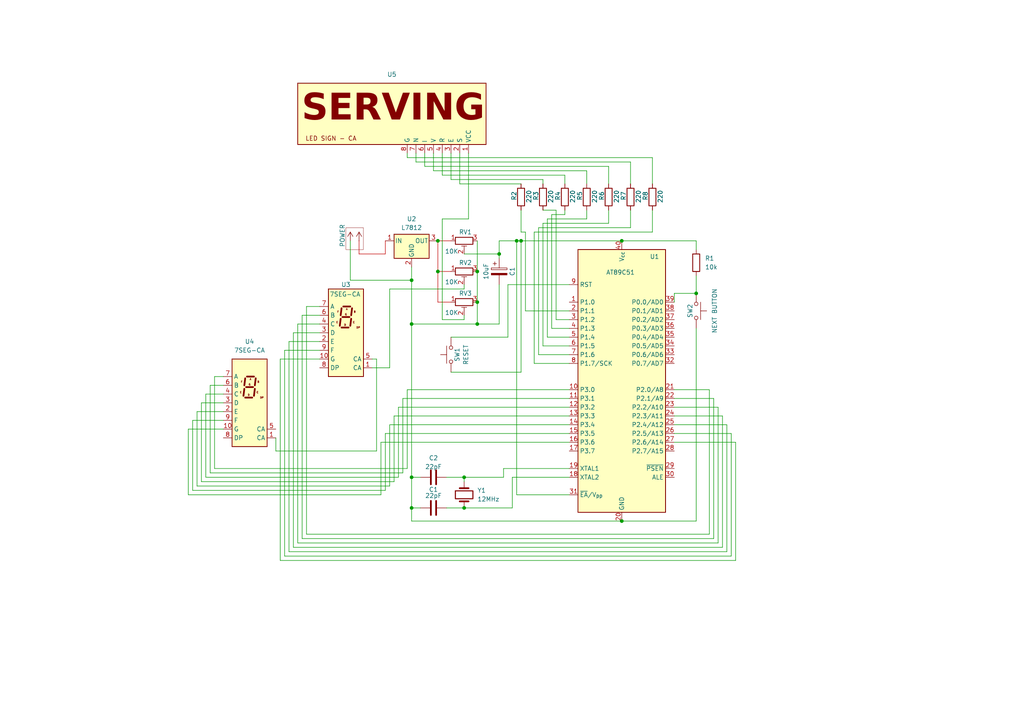
<source format=kicad_sch>
(kicad_sch
	(version 20250114)
	(generator "eeschema")
	(generator_version "9.0")
	(uuid "d2afa05f-189e-4536-9673-35b3611957b2")
	(paper "A4")
	(lib_symbols
		(symbol "Device:C"
			(pin_numbers
				(hide yes)
			)
			(pin_names
				(offset 0.254)
			)
			(exclude_from_sim no)
			(in_bom yes)
			(on_board yes)
			(property "Reference" "C"
				(at 0.635 2.54 0)
				(effects
					(font
						(size 1.27 1.27)
					)
					(justify left)
				)
			)
			(property "Value" "C"
				(at 0.635 -2.54 0)
				(effects
					(font
						(size 1.27 1.27)
					)
					(justify left)
				)
			)
			(property "Footprint" ""
				(at 0.9652 -3.81 0)
				(effects
					(font
						(size 1.27 1.27)
					)
					(hide yes)
				)
			)
			(property "Datasheet" "~"
				(at 0 0 0)
				(effects
					(font
						(size 1.27 1.27)
					)
					(hide yes)
				)
			)
			(property "Description" "Unpolarized capacitor"
				(at 0 0 0)
				(effects
					(font
						(size 1.27 1.27)
					)
					(hide yes)
				)
			)
			(property "ki_keywords" "cap capacitor"
				(at 0 0 0)
				(effects
					(font
						(size 1.27 1.27)
					)
					(hide yes)
				)
			)
			(property "ki_fp_filters" "C_*"
				(at 0 0 0)
				(effects
					(font
						(size 1.27 1.27)
					)
					(hide yes)
				)
			)
			(symbol "C_0_1"
				(polyline
					(pts
						(xy -2.032 0.762) (xy 2.032 0.762)
					)
					(stroke
						(width 0.508)
						(type default)
					)
					(fill
						(type none)
					)
				)
				(polyline
					(pts
						(xy -2.032 -0.762) (xy 2.032 -0.762)
					)
					(stroke
						(width 0.508)
						(type default)
					)
					(fill
						(type none)
					)
				)
			)
			(symbol "C_1_1"
				(pin passive line
					(at 0 3.81 270)
					(length 2.794)
					(name "~"
						(effects
							(font
								(size 1.27 1.27)
							)
						)
					)
					(number "1"
						(effects
							(font
								(size 1.27 1.27)
							)
						)
					)
				)
				(pin passive line
					(at 0 -3.81 90)
					(length 2.794)
					(name "~"
						(effects
							(font
								(size 1.27 1.27)
							)
						)
					)
					(number "2"
						(effects
							(font
								(size 1.27 1.27)
							)
						)
					)
				)
			)
			(embedded_fonts no)
		)
		(symbol "Device:C_Polarized"
			(pin_numbers
				(hide yes)
			)
			(pin_names
				(offset 0.254)
			)
			(exclude_from_sim no)
			(in_bom yes)
			(on_board yes)
			(property "Reference" "C"
				(at 0.635 2.54 0)
				(effects
					(font
						(size 1.27 1.27)
					)
					(justify left)
				)
			)
			(property "Value" "C_Polarized"
				(at 0.635 -2.54 0)
				(effects
					(font
						(size 1.27 1.27)
					)
					(justify left)
				)
			)
			(property "Footprint" ""
				(at 0.9652 -3.81 0)
				(effects
					(font
						(size 1.27 1.27)
					)
					(hide yes)
				)
			)
			(property "Datasheet" "~"
				(at 0 0 0)
				(effects
					(font
						(size 1.27 1.27)
					)
					(hide yes)
				)
			)
			(property "Description" "Polarized capacitor"
				(at 0 0 0)
				(effects
					(font
						(size 1.27 1.27)
					)
					(hide yes)
				)
			)
			(property "ki_keywords" "cap capacitor"
				(at 0 0 0)
				(effects
					(font
						(size 1.27 1.27)
					)
					(hide yes)
				)
			)
			(property "ki_fp_filters" "CP_*"
				(at 0 0 0)
				(effects
					(font
						(size 1.27 1.27)
					)
					(hide yes)
				)
			)
			(symbol "C_Polarized_0_1"
				(rectangle
					(start -2.286 0.508)
					(end 2.286 1.016)
					(stroke
						(width 0)
						(type default)
					)
					(fill
						(type none)
					)
				)
				(polyline
					(pts
						(xy -1.778 2.286) (xy -0.762 2.286)
					)
					(stroke
						(width 0)
						(type default)
					)
					(fill
						(type none)
					)
				)
				(polyline
					(pts
						(xy -1.27 2.794) (xy -1.27 1.778)
					)
					(stroke
						(width 0)
						(type default)
					)
					(fill
						(type none)
					)
				)
				(rectangle
					(start 2.286 -0.508)
					(end -2.286 -1.016)
					(stroke
						(width 0)
						(type default)
					)
					(fill
						(type outline)
					)
				)
			)
			(symbol "C_Polarized_1_1"
				(pin passive line
					(at 0 3.81 270)
					(length 2.794)
					(name "~"
						(effects
							(font
								(size 1.27 1.27)
							)
						)
					)
					(number "1"
						(effects
							(font
								(size 1.27 1.27)
							)
						)
					)
				)
				(pin passive line
					(at 0 -3.81 90)
					(length 2.794)
					(name "~"
						(effects
							(font
								(size 1.27 1.27)
							)
						)
					)
					(number "2"
						(effects
							(font
								(size 1.27 1.27)
							)
						)
					)
				)
			)
			(embedded_fonts no)
		)
		(symbol "Device:Crystal"
			(pin_numbers
				(hide yes)
			)
			(pin_names
				(offset 1.016)
				(hide yes)
			)
			(exclude_from_sim no)
			(in_bom yes)
			(on_board yes)
			(property "Reference" "Y"
				(at 0 3.81 0)
				(effects
					(font
						(size 1.27 1.27)
					)
				)
			)
			(property "Value" "Crystal"
				(at 0 -3.81 0)
				(effects
					(font
						(size 1.27 1.27)
					)
				)
			)
			(property "Footprint" ""
				(at 0 0 0)
				(effects
					(font
						(size 1.27 1.27)
					)
					(hide yes)
				)
			)
			(property "Datasheet" "~"
				(at 0 0 0)
				(effects
					(font
						(size 1.27 1.27)
					)
					(hide yes)
				)
			)
			(property "Description" "Two pin crystal"
				(at 0 0 0)
				(effects
					(font
						(size 1.27 1.27)
					)
					(hide yes)
				)
			)
			(property "ki_keywords" "quartz ceramic resonator oscillator"
				(at 0 0 0)
				(effects
					(font
						(size 1.27 1.27)
					)
					(hide yes)
				)
			)
			(property "ki_fp_filters" "Crystal*"
				(at 0 0 0)
				(effects
					(font
						(size 1.27 1.27)
					)
					(hide yes)
				)
			)
			(symbol "Crystal_0_1"
				(polyline
					(pts
						(xy -2.54 0) (xy -1.905 0)
					)
					(stroke
						(width 0)
						(type default)
					)
					(fill
						(type none)
					)
				)
				(polyline
					(pts
						(xy -1.905 -1.27) (xy -1.905 1.27)
					)
					(stroke
						(width 0.508)
						(type default)
					)
					(fill
						(type none)
					)
				)
				(rectangle
					(start -1.143 2.54)
					(end 1.143 -2.54)
					(stroke
						(width 0.3048)
						(type default)
					)
					(fill
						(type none)
					)
				)
				(polyline
					(pts
						(xy 1.905 -1.27) (xy 1.905 1.27)
					)
					(stroke
						(width 0.508)
						(type default)
					)
					(fill
						(type none)
					)
				)
				(polyline
					(pts
						(xy 2.54 0) (xy 1.905 0)
					)
					(stroke
						(width 0)
						(type default)
					)
					(fill
						(type none)
					)
				)
			)
			(symbol "Crystal_1_1"
				(pin passive line
					(at -3.81 0 0)
					(length 1.27)
					(name "1"
						(effects
							(font
								(size 1.27 1.27)
							)
						)
					)
					(number "1"
						(effects
							(font
								(size 1.27 1.27)
							)
						)
					)
				)
				(pin passive line
					(at 3.81 0 180)
					(length 1.27)
					(name "2"
						(effects
							(font
								(size 1.27 1.27)
							)
						)
					)
					(number "2"
						(effects
							(font
								(size 1.27 1.27)
							)
						)
					)
				)
			)
			(embedded_fonts no)
		)
		(symbol "Device:R"
			(pin_numbers
				(hide yes)
			)
			(pin_names
				(offset 0)
			)
			(exclude_from_sim no)
			(in_bom yes)
			(on_board yes)
			(property "Reference" "R"
				(at 2.032 0 90)
				(effects
					(font
						(size 1.27 1.27)
					)
				)
			)
			(property "Value" "R"
				(at 0 0 90)
				(effects
					(font
						(size 1.27 1.27)
					)
				)
			)
			(property "Footprint" ""
				(at -1.778 0 90)
				(effects
					(font
						(size 1.27 1.27)
					)
					(hide yes)
				)
			)
			(property "Datasheet" "~"
				(at 0 0 0)
				(effects
					(font
						(size 1.27 1.27)
					)
					(hide yes)
				)
			)
			(property "Description" "Resistor"
				(at 0 0 0)
				(effects
					(font
						(size 1.27 1.27)
					)
					(hide yes)
				)
			)
			(property "ki_keywords" "R res resistor"
				(at 0 0 0)
				(effects
					(font
						(size 1.27 1.27)
					)
					(hide yes)
				)
			)
			(property "ki_fp_filters" "R_*"
				(at 0 0 0)
				(effects
					(font
						(size 1.27 1.27)
					)
					(hide yes)
				)
			)
			(symbol "R_0_1"
				(rectangle
					(start -1.016 -2.54)
					(end 1.016 2.54)
					(stroke
						(width 0.254)
						(type default)
					)
					(fill
						(type none)
					)
				)
			)
			(symbol "R_1_1"
				(pin passive line
					(at 0 3.81 270)
					(length 1.27)
					(name "~"
						(effects
							(font
								(size 1.27 1.27)
							)
						)
					)
					(number "1"
						(effects
							(font
								(size 1.27 1.27)
							)
						)
					)
				)
				(pin passive line
					(at 0 -3.81 90)
					(length 1.27)
					(name "~"
						(effects
							(font
								(size 1.27 1.27)
							)
						)
					)
					(number "2"
						(effects
							(font
								(size 1.27 1.27)
							)
						)
					)
				)
			)
			(embedded_fonts no)
		)
		(symbol "Device:R_Potentiometer_Trim"
			(pin_names
				(offset 1.016)
				(hide yes)
			)
			(exclude_from_sim no)
			(in_bom yes)
			(on_board yes)
			(property "Reference" "RV"
				(at -4.445 0 90)
				(effects
					(font
						(size 1.27 1.27)
					)
				)
			)
			(property "Value" "R_Potentiometer_Trim"
				(at -2.54 0 90)
				(effects
					(font
						(size 1.27 1.27)
					)
				)
			)
			(property "Footprint" ""
				(at 0 0 0)
				(effects
					(font
						(size 1.27 1.27)
					)
					(hide yes)
				)
			)
			(property "Datasheet" "~"
				(at 0 0 0)
				(effects
					(font
						(size 1.27 1.27)
					)
					(hide yes)
				)
			)
			(property "Description" "Trim-potentiometer"
				(at 0 0 0)
				(effects
					(font
						(size 1.27 1.27)
					)
					(hide yes)
				)
			)
			(property "ki_keywords" "resistor variable trimpot trimmer"
				(at 0 0 0)
				(effects
					(font
						(size 1.27 1.27)
					)
					(hide yes)
				)
			)
			(property "ki_fp_filters" "Potentiometer*"
				(at 0 0 0)
				(effects
					(font
						(size 1.27 1.27)
					)
					(hide yes)
				)
			)
			(symbol "R_Potentiometer_Trim_0_1"
				(rectangle
					(start 1.016 2.54)
					(end -1.016 -2.54)
					(stroke
						(width 0.254)
						(type default)
					)
					(fill
						(type none)
					)
				)
				(polyline
					(pts
						(xy 1.524 0.762) (xy 1.524 -0.762)
					)
					(stroke
						(width 0)
						(type default)
					)
					(fill
						(type none)
					)
				)
				(polyline
					(pts
						(xy 2.54 0) (xy 1.524 0)
					)
					(stroke
						(width 0)
						(type default)
					)
					(fill
						(type none)
					)
				)
			)
			(symbol "R_Potentiometer_Trim_1_1"
				(pin passive line
					(at 0 3.81 270)
					(length 1.27)
					(name "1"
						(effects
							(font
								(size 1.27 1.27)
							)
						)
					)
					(number "1"
						(effects
							(font
								(size 1.27 1.27)
							)
						)
					)
				)
				(pin passive line
					(at 0 -3.81 90)
					(length 1.27)
					(name "3"
						(effects
							(font
								(size 1.27 1.27)
							)
						)
					)
					(number "3"
						(effects
							(font
								(size 1.27 1.27)
							)
						)
					)
				)
				(pin passive line
					(at 3.81 0 180)
					(length 1.27)
					(name "2"
						(effects
							(font
								(size 1.27 1.27)
							)
						)
					)
					(number "2"
						(effects
							(font
								(size 1.27 1.27)
							)
						)
					)
				)
			)
			(embedded_fonts no)
		)
		(symbol "Display_Character:SA15-11SRWA"
			(exclude_from_sim no)
			(in_bom yes)
			(on_board yes)
			(property "Reference" "U"
				(at 0 16.51 0)
				(effects
					(font
						(size 1.27 1.27)
					)
				)
			)
			(property "Value" "SA15-11SRWA"
				(at 0 13.97 0)
				(effects
					(font
						(size 1.27 1.27)
					)
				)
			)
			(property "Footprint" "Display_7Segment:SA15-11xxx"
				(at 0 -1.27 0)
				(effects
					(font
						(size 1.27 1.27)
					)
					(hide yes)
				)
			)
			(property "Datasheet" "http://www.kingbrightusa.com/images/catalog/SPEC/SA15-11SRWA.pdf"
				(at 0 -1.27 0)
				(effects
					(font
						(size 1.27 1.27)
					)
					(hide yes)
				)
			)
			(property "Description" "Super Bright Red Single-digit Numeric Display with white white diffused lens, common anode"
				(at 0 0 0)
				(effects
					(font
						(size 1.27 1.27)
					)
					(hide yes)
				)
			)
			(property "ki_keywords" "display LED 7-segment"
				(at 0 0 0)
				(effects
					(font
						(size 1.27 1.27)
					)
					(hide yes)
				)
			)
			(property "ki_fp_filters" "SA15?11*"
				(at 0 0 0)
				(effects
					(font
						(size 1.27 1.27)
					)
					(hide yes)
				)
			)
			(symbol "SA15-11SRWA_1_0"
				(text "E"
					(at -2.54 3.048 0)
					(effects
						(font
							(size 0.508 0.508)
						)
					)
				)
				(text "F"
					(at -2.286 6.096 0)
					(effects
						(font
							(size 0.508 0.508)
						)
					)
				)
				(text "D"
					(at -0.254 2.286 0)
					(effects
						(font
							(size 0.508 0.508)
						)
					)
				)
				(text "G"
					(at 0 5.334 0)
					(effects
						(font
							(size 0.508 0.508)
						)
					)
				)
				(text "A"
					(at 0.254 6.858 0)
					(effects
						(font
							(size 0.508 0.508)
						)
					)
				)
				(text "C"
					(at 2.286 3.048 0)
					(effects
						(font
							(size 0.508 0.508)
						)
					)
				)
				(text "B"
					(at 2.54 6.096 0)
					(effects
						(font
							(size 0.508 0.508)
						)
					)
				)
				(text "DP"
					(at 3.556 1.524 0)
					(effects
						(font
							(size 0.508 0.508)
						)
					)
				)
			)
			(symbol "SA15-11SRWA_1_1"
				(rectangle
					(start -5.08 12.7)
					(end 5.08 -12.7)
					(stroke
						(width 0.254)
						(type default)
					)
					(fill
						(type background)
					)
				)
				(polyline
					(pts
						(xy -1.524 4.064) (xy -1.778 2.032)
					)
					(stroke
						(width 0.508)
						(type default)
					)
					(fill
						(type none)
					)
				)
				(polyline
					(pts
						(xy -1.27 7.112) (xy -1.524 5.08)
					)
					(stroke
						(width 0.508)
						(type default)
					)
					(fill
						(type none)
					)
				)
				(polyline
					(pts
						(xy -1.27 1.524) (xy 0.762 1.524)
					)
					(stroke
						(width 0.508)
						(type default)
					)
					(fill
						(type none)
					)
				)
				(polyline
					(pts
						(xy -1.016 4.572) (xy 1.016 4.572)
					)
					(stroke
						(width 0.508)
						(type default)
					)
					(fill
						(type none)
					)
				)
				(polyline
					(pts
						(xy -0.762 7.62) (xy 1.27 7.62)
					)
					(stroke
						(width 0.508)
						(type default)
					)
					(fill
						(type none)
					)
				)
				(polyline
					(pts
						(xy 1.524 4.064) (xy 1.27 2.032)
					)
					(stroke
						(width 0.508)
						(type default)
					)
					(fill
						(type none)
					)
				)
				(polyline
					(pts
						(xy 1.778 7.112) (xy 1.524 5.08)
					)
					(stroke
						(width 0.508)
						(type default)
					)
					(fill
						(type none)
					)
				)
				(polyline
					(pts
						(xy 2.54 1.524) (xy 2.54 1.524)
					)
					(stroke
						(width 0.508)
						(type default)
					)
					(fill
						(type none)
					)
				)
				(pin input line
					(at -7.62 7.62 0)
					(length 2.54)
					(name "A"
						(effects
							(font
								(size 1.27 1.27)
							)
						)
					)
					(number "7"
						(effects
							(font
								(size 1.27 1.27)
							)
						)
					)
				)
				(pin input line
					(at -7.62 5.08 0)
					(length 2.54)
					(name "B"
						(effects
							(font
								(size 1.27 1.27)
							)
						)
					)
					(number "6"
						(effects
							(font
								(size 1.27 1.27)
							)
						)
					)
				)
				(pin input line
					(at -7.62 2.54 0)
					(length 2.54)
					(name "C"
						(effects
							(font
								(size 1.27 1.27)
							)
						)
					)
					(number "4"
						(effects
							(font
								(size 1.27 1.27)
							)
						)
					)
				)
				(pin input line
					(at -7.62 0 0)
					(length 2.54)
					(name "D"
						(effects
							(font
								(size 1.27 1.27)
							)
						)
					)
					(number "3"
						(effects
							(font
								(size 1.27 1.27)
							)
						)
					)
				)
				(pin input line
					(at -7.62 -2.54 0)
					(length 2.54)
					(name "E"
						(effects
							(font
								(size 1.27 1.27)
							)
						)
					)
					(number "2"
						(effects
							(font
								(size 1.27 1.27)
							)
						)
					)
				)
				(pin input line
					(at -7.62 -5.08 0)
					(length 2.54)
					(name "F"
						(effects
							(font
								(size 1.27 1.27)
							)
						)
					)
					(number "9"
						(effects
							(font
								(size 1.27 1.27)
							)
						)
					)
				)
				(pin input line
					(at -7.62 -7.62 0)
					(length 2.54)
					(name "G"
						(effects
							(font
								(size 1.27 1.27)
							)
						)
					)
					(number "10"
						(effects
							(font
								(size 1.27 1.27)
							)
						)
					)
				)
				(pin input line
					(at -7.62 -10.16 0)
					(length 2.54)
					(name "DP"
						(effects
							(font
								(size 1.27 1.27)
							)
						)
					)
					(number "8"
						(effects
							(font
								(size 1.27 1.27)
							)
						)
					)
				)
				(pin input line
					(at 7.62 -7.62 180)
					(length 2.54)
					(name "CA"
						(effects
							(font
								(size 1.27 1.27)
							)
						)
					)
					(number "5"
						(effects
							(font
								(size 1.27 1.27)
							)
						)
					)
				)
				(pin input line
					(at 7.62 -10.16 180)
					(length 2.54)
					(name "CA"
						(effects
							(font
								(size 1.27 1.27)
							)
						)
					)
					(number "1"
						(effects
							(font
								(size 1.27 1.27)
							)
						)
					)
				)
			)
			(embedded_fonts no)
		)
		(symbol "Driver_LED:MAX7219"
			(exclude_from_sim no)
			(in_bom yes)
			(on_board yes)
			(property "Reference" "U"
				(at -6.35 24.13 0)
				(effects
					(font
						(size 1.27 1.27)
					)
					(justify left bottom)
				)
			)
			(property "Value" ""
				(at 1.27 25.4 0)
				(effects
					(font
						(size 1.27 1.27)
					)
					(justify left top)
					(hide yes)
				)
			)
			(property "Footprint" ""
				(at -1.27 1.27 0)
				(effects
					(font
						(size 1.27 1.27)
					)
					(hide yes)
				)
			)
			(property "Datasheet" ""
				(at 1.27 -3.81 0)
				(effects
					(font
						(size 1.27 1.27)
					)
					(hide yes)
				)
			)
			(property "Description" ""
				(at 0 0 0)
				(effects
					(font
						(size 1.27 1.27)
					)
					(hide yes)
				)
			)
			(property "ki_keywords" "LED 8-Digit Display Driver"
				(at 0 0 0)
				(effects
					(font
						(size 1.27 1.27)
					)
					(hide yes)
				)
			)
			(property "ki_fp_filters" "SOIC*7.5x15.4mm*P1.27mm* DIP*7.62mm*"
				(at 0 0 0)
				(effects
					(font
						(size 1.27 1.27)
					)
					(hide yes)
				)
			)
			(symbol "MAX7219_0_1"
				(rectangle
					(start -7.62 27.94)
					(end 10.16 -26.67)
					(stroke
						(width 0.254)
						(type default)
					)
					(fill
						(type background)
					)
				)
			)
			(symbol "MAX7219_1_1"
				(text "SERVING"
					(at -0.254 1.016 900)
					(effects
						(font
							(face "Arial")
							(size 7.62 7.62)
							(thickness 0.3048)
							(bold yes)
							(color 132 0 0 1)
						)
					)
				)
				(text "LED SIGN - CA"
					(at 8.382 -17.018 900)
					(effects
						(font
							(size 1.27 1.27)
							(color 132 0 0 1)
						)
					)
				)
				(pin passive line
					(at 0 -29.21 90)
					(length 2.54)
					(hide yes)
					(name "GND"
						(effects
							(font
								(size 1.27 1.27)
							)
						)
					)
					(number "9"
						(effects
							(font
								(size 1.27 1.27)
							)
						)
					)
				)
				(pin power_in line
					(at 12.7 22.86 180)
					(length 2.54)
					(name "VCC"
						(effects
							(font
								(size 1.27 1.27)
							)
						)
					)
					(number "1"
						(effects
							(font
								(size 1.27 1.27)
							)
						)
					)
				)
				(pin output line
					(at 12.7 20.32 180)
					(length 2.54)
					(name "S"
						(effects
							(font
								(size 1.27 1.27)
							)
						)
					)
					(number "2"
						(effects
							(font
								(size 1.27 1.27)
							)
						)
					)
				)
				(pin output line
					(at 12.7 17.78 180)
					(length 2.54)
					(name "E"
						(effects
							(font
								(size 1.27 1.27)
							)
						)
					)
					(number "3"
						(effects
							(font
								(size 1.27 1.27)
							)
						)
					)
				)
				(pin output line
					(at 12.7 15.24 180)
					(length 2.54)
					(name "R"
						(effects
							(font
								(size 1.27 1.27)
							)
						)
					)
					(number "4"
						(effects
							(font
								(size 1.27 1.27)
							)
						)
					)
				)
				(pin output line
					(at 12.7 12.7 180)
					(length 2.54)
					(name "V"
						(effects
							(font
								(size 1.27 1.27)
							)
						)
					)
					(number "5"
						(effects
							(font
								(size 1.27 1.27)
							)
						)
					)
				)
				(pin output line
					(at 12.7 10.16 180)
					(length 2.54)
					(name "I"
						(effects
							(font
								(size 1.27 1.27)
							)
						)
					)
					(number "6"
						(effects
							(font
								(size 1.27 1.27)
							)
						)
					)
				)
				(pin output line
					(at 12.7 7.62 180)
					(length 2.54)
					(name "N"
						(effects
							(font
								(size 1.27 1.27)
							)
						)
					)
					(number "7"
						(effects
							(font
								(size 1.27 1.27)
							)
						)
					)
				)
				(pin output line
					(at 12.7 5.08 180)
					(length 2.54)
					(name "G"
						(effects
							(font
								(size 1.27 1.27)
							)
						)
					)
					(number "8"
						(effects
							(font
								(size 1.27 1.27)
							)
						)
					)
				)
			)
			(embedded_fonts no)
		)
		(symbol "MCU_Microchip_8051:AT89x51xxP"
			(exclude_from_sim no)
			(in_bom yes)
			(on_board yes)
			(property "Reference" "U"
				(at 0 0 0)
				(effects
					(font
						(size 1.27 1.27)
					)
				)
			)
			(property "Value" "AT89x51xxP"
				(at 0 0 0)
				(effects
					(font
						(size 1.27 1.27)
					)
				)
			)
			(property "Footprint" "Package_DIP:DIP-40_W15.24mm"
				(at 30.48 -33.02 0)
				(effects
					(font
						(size 1.27 1.27)
					)
					(hide yes)
				)
			)
			(property "Datasheet" "https://ww1.microchip.com/downloads/en/DeviceDoc/doc2487.pdf"
				(at 45.72 -35.56 0)
				(effects
					(font
						(size 1.27 1.27)
					)
					(hide yes)
				)
			)
			(property "Description" "8-bit Microcontroller with 4K Bytes Flash, DIP-40"
				(at 0 0 0)
				(effects
					(font
						(size 1.27 1.27)
					)
					(hide yes)
				)
			)
			(property "ki_keywords" "Microcontroller 8051 DIP"
				(at 0 0 0)
				(effects
					(font
						(size 1.27 1.27)
					)
					(hide yes)
				)
			)
			(property "ki_fp_filters" "DIP*40*W15.24*"
				(at 0 0 0)
				(effects
					(font
						(size 1.27 1.27)
					)
					(hide yes)
				)
			)
			(symbol "AT89x51xxP_1_0"
				(pin bidirectional line
					(at -15.24 17.78 0)
					(length 2.54)
					(name "P1.2"
						(effects
							(font
								(size 1.27 1.27)
							)
						)
					)
					(number "3"
						(effects
							(font
								(size 1.27 1.27)
							)
						)
					)
				)
			)
			(symbol "AT89x51xxP_1_1"
				(polyline
					(pts
						(xy -12.7 38.1) (xy 12.7 38.1) (xy 12.7 -38.1) (xy -12.7 -38.1) (xy -12.7 38.1)
					)
					(stroke
						(width 0.254)
						(type default)
					)
					(fill
						(type background)
					)
				)
				(pin input line
					(at -15.24 27.94 0)
					(length 2.54)
					(name "RST"
						(effects
							(font
								(size 1.27 1.27)
							)
						)
					)
					(number "9"
						(effects
							(font
								(size 1.27 1.27)
							)
						)
					)
				)
				(pin bidirectional line
					(at -15.24 22.86 0)
					(length 2.54)
					(name "P1.0"
						(effects
							(font
								(size 1.27 1.27)
							)
						)
					)
					(number "1"
						(effects
							(font
								(size 1.27 1.27)
							)
						)
					)
				)
				(pin bidirectional line
					(at -15.24 20.32 0)
					(length 2.54)
					(name "P1.1"
						(effects
							(font
								(size 1.27 1.27)
							)
						)
					)
					(number "2"
						(effects
							(font
								(size 1.27 1.27)
							)
						)
					)
				)
				(pin bidirectional line
					(at -15.24 15.24 0)
					(length 2.54)
					(name "P1.3"
						(effects
							(font
								(size 1.27 1.27)
							)
						)
					)
					(number "4"
						(effects
							(font
								(size 1.27 1.27)
							)
						)
					)
				)
				(pin bidirectional line
					(at -15.24 12.7 0)
					(length 2.54)
					(name "P1.4"
						(effects
							(font
								(size 1.27 1.27)
							)
						)
					)
					(number "5"
						(effects
							(font
								(size 1.27 1.27)
							)
						)
					)
				)
				(pin bidirectional line
					(at -15.24 10.16 0)
					(length 2.54)
					(name "P1.5"
						(effects
							(font
								(size 1.27 1.27)
							)
						)
					)
					(number "6"
						(effects
							(font
								(size 1.27 1.27)
							)
						)
					)
					(alternate "MOSI" output line)
				)
				(pin bidirectional line
					(at -15.24 7.62 0)
					(length 2.54)
					(name "P1.6"
						(effects
							(font
								(size 1.27 1.27)
							)
						)
					)
					(number "7"
						(effects
							(font
								(size 1.27 1.27)
							)
						)
					)
					(alternate "MISO" input line)
				)
				(pin bidirectional line
					(at -15.24 5.08 0)
					(length 2.54)
					(name "P1.7/SCK"
						(effects
							(font
								(size 1.27 1.27)
							)
						)
					)
					(number "8"
						(effects
							(font
								(size 1.27 1.27)
							)
						)
					)
				)
				(pin bidirectional line
					(at -15.24 -2.54 0)
					(length 2.54)
					(name "P3.0"
						(effects
							(font
								(size 1.27 1.27)
							)
						)
					)
					(number "10"
						(effects
							(font
								(size 1.27 1.27)
							)
						)
					)
					(alternate "RXD" input line)
				)
				(pin bidirectional line
					(at -15.24 -5.08 0)
					(length 2.54)
					(name "P3.1"
						(effects
							(font
								(size 1.27 1.27)
							)
						)
					)
					(number "11"
						(effects
							(font
								(size 1.27 1.27)
							)
						)
					)
					(alternate "TXD" output line)
				)
				(pin bidirectional line
					(at -15.24 -7.62 0)
					(length 2.54)
					(name "P3.2"
						(effects
							(font
								(size 1.27 1.27)
							)
						)
					)
					(number "12"
						(effects
							(font
								(size 1.27 1.27)
							)
						)
					)
					(alternate "~{INT0}" input line)
				)
				(pin bidirectional line
					(at -15.24 -10.16 0)
					(length 2.54)
					(name "P3.3"
						(effects
							(font
								(size 1.27 1.27)
							)
						)
					)
					(number "13"
						(effects
							(font
								(size 1.27 1.27)
							)
						)
					)
					(alternate "~{INT1}" input line)
				)
				(pin bidirectional line
					(at -15.24 -12.7 0)
					(length 2.54)
					(name "P3.4"
						(effects
							(font
								(size 1.27 1.27)
							)
						)
					)
					(number "14"
						(effects
							(font
								(size 1.27 1.27)
							)
						)
					)
					(alternate "T0" input line)
				)
				(pin bidirectional line
					(at -15.24 -15.24 0)
					(length 2.54)
					(name "P3.5"
						(effects
							(font
								(size 1.27 1.27)
							)
						)
					)
					(number "15"
						(effects
							(font
								(size 1.27 1.27)
							)
						)
					)
					(alternate "T1" input line)
				)
				(pin bidirectional line
					(at -15.24 -17.78 0)
					(length 2.54)
					(name "P3.6"
						(effects
							(font
								(size 1.27 1.27)
							)
						)
					)
					(number "16"
						(effects
							(font
								(size 1.27 1.27)
							)
						)
					)
					(alternate "~{WR}" output line)
				)
				(pin bidirectional line
					(at -15.24 -20.32 0)
					(length 2.54)
					(name "P3.7"
						(effects
							(font
								(size 1.27 1.27)
							)
						)
					)
					(number "17"
						(effects
							(font
								(size 1.27 1.27)
							)
						)
					)
					(alternate "~{RD}" input line)
				)
				(pin input line
					(at -15.24 -25.4 0)
					(length 2.54)
					(name "XTAL1"
						(effects
							(font
								(size 1.27 1.27)
							)
						)
					)
					(number "19"
						(effects
							(font
								(size 1.27 1.27)
							)
						)
					)
				)
				(pin input line
					(at -15.24 -27.94 0)
					(length 2.54)
					(name "XTAL2"
						(effects
							(font
								(size 1.27 1.27)
							)
						)
					)
					(number "18"
						(effects
							(font
								(size 1.27 1.27)
							)
						)
					)
				)
				(pin input line
					(at -15.24 -33.02 0)
					(length 2.54)
					(name "~{EA}/V_{pp}"
						(effects
							(font
								(size 1.27 1.27)
							)
						)
					)
					(number "31"
						(effects
							(font
								(size 1.27 1.27)
							)
						)
					)
				)
				(pin power_in line
					(at 0 40.64 270)
					(length 2.54)
					(name "V_{cc}"
						(effects
							(font
								(size 1.27 1.27)
							)
						)
					)
					(number "40"
						(effects
							(font
								(size 1.27 1.27)
							)
						)
					)
				)
				(pin power_in line
					(at 0 -40.64 90)
					(length 2.54)
					(name "GND"
						(effects
							(font
								(size 1.27 1.27)
							)
						)
					)
					(number "20"
						(effects
							(font
								(size 1.27 1.27)
							)
						)
					)
				)
				(pin bidirectional line
					(at 15.24 22.86 180)
					(length 2.54)
					(name "P0.0/AD0"
						(effects
							(font
								(size 1.27 1.27)
							)
						)
					)
					(number "39"
						(effects
							(font
								(size 1.27 1.27)
							)
						)
					)
				)
				(pin bidirectional line
					(at 15.24 20.32 180)
					(length 2.54)
					(name "P0.1/AD1"
						(effects
							(font
								(size 1.27 1.27)
							)
						)
					)
					(number "38"
						(effects
							(font
								(size 1.27 1.27)
							)
						)
					)
				)
				(pin bidirectional line
					(at 15.24 17.78 180)
					(length 2.54)
					(name "P0.2/AD2"
						(effects
							(font
								(size 1.27 1.27)
							)
						)
					)
					(number "37"
						(effects
							(font
								(size 1.27 1.27)
							)
						)
					)
				)
				(pin bidirectional line
					(at 15.24 15.24 180)
					(length 2.54)
					(name "P0.3/AD3"
						(effects
							(font
								(size 1.27 1.27)
							)
						)
					)
					(number "36"
						(effects
							(font
								(size 1.27 1.27)
							)
						)
					)
				)
				(pin bidirectional line
					(at 15.24 12.7 180)
					(length 2.54)
					(name "P0.4/AD4"
						(effects
							(font
								(size 1.27 1.27)
							)
						)
					)
					(number "35"
						(effects
							(font
								(size 1.27 1.27)
							)
						)
					)
				)
				(pin bidirectional line
					(at 15.24 10.16 180)
					(length 2.54)
					(name "P0.5/AD5"
						(effects
							(font
								(size 1.27 1.27)
							)
						)
					)
					(number "34"
						(effects
							(font
								(size 1.27 1.27)
							)
						)
					)
				)
				(pin bidirectional line
					(at 15.24 7.62 180)
					(length 2.54)
					(name "P0.6/AD6"
						(effects
							(font
								(size 1.27 1.27)
							)
						)
					)
					(number "33"
						(effects
							(font
								(size 1.27 1.27)
							)
						)
					)
				)
				(pin bidirectional line
					(at 15.24 5.08 180)
					(length 2.54)
					(name "P0.7/AD7"
						(effects
							(font
								(size 1.27 1.27)
							)
						)
					)
					(number "32"
						(effects
							(font
								(size 1.27 1.27)
							)
						)
					)
				)
				(pin bidirectional line
					(at 15.24 -2.54 180)
					(length 2.54)
					(name "P2.0/A8"
						(effects
							(font
								(size 1.27 1.27)
							)
						)
					)
					(number "21"
						(effects
							(font
								(size 1.27 1.27)
							)
						)
					)
				)
				(pin bidirectional line
					(at 15.24 -5.08 180)
					(length 2.54)
					(name "P2.1/A9"
						(effects
							(font
								(size 1.27 1.27)
							)
						)
					)
					(number "22"
						(effects
							(font
								(size 1.27 1.27)
							)
						)
					)
				)
				(pin bidirectional line
					(at 15.24 -7.62 180)
					(length 2.54)
					(name "P2.2/A10"
						(effects
							(font
								(size 1.27 1.27)
							)
						)
					)
					(number "23"
						(effects
							(font
								(size 1.27 1.27)
							)
						)
					)
				)
				(pin bidirectional line
					(at 15.24 -10.16 180)
					(length 2.54)
					(name "P2.3/A11"
						(effects
							(font
								(size 1.27 1.27)
							)
						)
					)
					(number "24"
						(effects
							(font
								(size 1.27 1.27)
							)
						)
					)
				)
				(pin bidirectional line
					(at 15.24 -12.7 180)
					(length 2.54)
					(name "P2.4/A12"
						(effects
							(font
								(size 1.27 1.27)
							)
						)
					)
					(number "25"
						(effects
							(font
								(size 1.27 1.27)
							)
						)
					)
				)
				(pin bidirectional line
					(at 15.24 -15.24 180)
					(length 2.54)
					(name "P2.5/A13"
						(effects
							(font
								(size 1.27 1.27)
							)
						)
					)
					(number "26"
						(effects
							(font
								(size 1.27 1.27)
							)
						)
					)
				)
				(pin bidirectional line
					(at 15.24 -17.78 180)
					(length 2.54)
					(name "P2.6/A14"
						(effects
							(font
								(size 1.27 1.27)
							)
						)
					)
					(number "27"
						(effects
							(font
								(size 1.27 1.27)
							)
						)
					)
				)
				(pin bidirectional line
					(at 15.24 -20.32 180)
					(length 2.54)
					(name "P2.7/A15"
						(effects
							(font
								(size 1.27 1.27)
							)
						)
					)
					(number "28"
						(effects
							(font
								(size 1.27 1.27)
							)
						)
					)
				)
				(pin output line
					(at 15.24 -25.4 180)
					(length 2.54)
					(name "~{PSEN}"
						(effects
							(font
								(size 1.27 1.27)
							)
						)
					)
					(number "29"
						(effects
							(font
								(size 1.27 1.27)
							)
						)
					)
				)
				(pin output line
					(at 15.24 -27.94 180)
					(length 2.54)
					(name "ALE"
						(effects
							(font
								(size 1.27 1.27)
							)
						)
					)
					(number "30"
						(effects
							(font
								(size 1.27 1.27)
							)
						)
					)
					(alternate "~{PROG}" input line)
				)
			)
			(embedded_fonts no)
		)
		(symbol "Regulator_Linear:L7812"
			(pin_names
				(offset 0.254)
			)
			(exclude_from_sim no)
			(in_bom yes)
			(on_board yes)
			(property "Reference" "U"
				(at -3.81 3.175 0)
				(effects
					(font
						(size 1.27 1.27)
					)
				)
			)
			(property "Value" "L7812"
				(at 0 3.175 0)
				(effects
					(font
						(size 1.27 1.27)
					)
					(justify left)
				)
			)
			(property "Footprint" ""
				(at 0.635 -3.81 0)
				(effects
					(font
						(size 1.27 1.27)
						(italic yes)
					)
					(justify left)
					(hide yes)
				)
			)
			(property "Datasheet" "http://www.st.com/content/ccc/resource/technical/document/datasheet/41/4f/b3/b0/12/d4/47/88/CD00000444.pdf/files/CD00000444.pdf/jcr:content/translations/en.CD00000444.pdf"
				(at 0 -1.27 0)
				(effects
					(font
						(size 1.27 1.27)
					)
					(hide yes)
				)
			)
			(property "Description" "Positive 1.5A 35V Linear Regulator, Fixed Output 12V, TO-220/TO-263/TO-252"
				(at 0 0 0)
				(effects
					(font
						(size 1.27 1.27)
					)
					(hide yes)
				)
			)
			(property "ki_keywords" "Voltage Regulator 1.5A Positive"
				(at 0 0 0)
				(effects
					(font
						(size 1.27 1.27)
					)
					(hide yes)
				)
			)
			(property "ki_fp_filters" "TO?252* TO?263* TO?220*"
				(at 0 0 0)
				(effects
					(font
						(size 1.27 1.27)
					)
					(hide yes)
				)
			)
			(symbol "L7812_0_1"
				(rectangle
					(start -5.08 1.905)
					(end 5.08 -5.08)
					(stroke
						(width 0.254)
						(type default)
					)
					(fill
						(type background)
					)
				)
			)
			(symbol "L7812_1_1"
				(pin power_in line
					(at -7.62 0 0)
					(length 2.54)
					(name "IN"
						(effects
							(font
								(size 1.27 1.27)
							)
						)
					)
					(number "1"
						(effects
							(font
								(size 1.27 1.27)
							)
						)
					)
				)
				(pin power_in line
					(at 0 -7.62 90)
					(length 2.54)
					(name "GND"
						(effects
							(font
								(size 1.27 1.27)
							)
						)
					)
					(number "2"
						(effects
							(font
								(size 1.27 1.27)
							)
						)
					)
				)
				(pin power_out line
					(at 7.62 0 180)
					(length 2.54)
					(name "OUT"
						(effects
							(font
								(size 1.27 1.27)
							)
						)
					)
					(number "3"
						(effects
							(font
								(size 1.27 1.27)
							)
						)
					)
				)
			)
			(embedded_fonts no)
		)
		(symbol "Switch:SW_Push"
			(pin_numbers
				(hide yes)
			)
			(pin_names
				(offset 1.016)
				(hide yes)
			)
			(exclude_from_sim no)
			(in_bom yes)
			(on_board yes)
			(property "Reference" "SW"
				(at 1.27 2.54 0)
				(effects
					(font
						(size 1.27 1.27)
					)
					(justify left)
				)
			)
			(property "Value" "SW_Push"
				(at 0 -1.524 0)
				(effects
					(font
						(size 1.27 1.27)
					)
				)
			)
			(property "Footprint" ""
				(at 0 5.08 0)
				(effects
					(font
						(size 1.27 1.27)
					)
					(hide yes)
				)
			)
			(property "Datasheet" "~"
				(at 0 5.08 0)
				(effects
					(font
						(size 1.27 1.27)
					)
					(hide yes)
				)
			)
			(property "Description" "Push button switch, generic, two pins"
				(at 0 0 0)
				(effects
					(font
						(size 1.27 1.27)
					)
					(hide yes)
				)
			)
			(property "ki_keywords" "switch normally-open pushbutton push-button"
				(at 0 0 0)
				(effects
					(font
						(size 1.27 1.27)
					)
					(hide yes)
				)
			)
			(symbol "SW_Push_0_1"
				(circle
					(center -2.032 0)
					(radius 0.508)
					(stroke
						(width 0)
						(type default)
					)
					(fill
						(type none)
					)
				)
				(polyline
					(pts
						(xy 0 1.27) (xy 0 3.048)
					)
					(stroke
						(width 0)
						(type default)
					)
					(fill
						(type none)
					)
				)
				(circle
					(center 2.032 0)
					(radius 0.508)
					(stroke
						(width 0)
						(type default)
					)
					(fill
						(type none)
					)
				)
				(polyline
					(pts
						(xy 2.54 1.27) (xy -2.54 1.27)
					)
					(stroke
						(width 0)
						(type default)
					)
					(fill
						(type none)
					)
				)
				(pin passive line
					(at -5.08 0 0)
					(length 2.54)
					(name "1"
						(effects
							(font
								(size 1.27 1.27)
							)
						)
					)
					(number "1"
						(effects
							(font
								(size 1.27 1.27)
							)
						)
					)
				)
				(pin passive line
					(at 5.08 0 180)
					(length 2.54)
					(name "2"
						(effects
							(font
								(size 1.27 1.27)
							)
						)
					)
					(number "2"
						(effects
							(font
								(size 1.27 1.27)
							)
						)
					)
				)
			)
			(embedded_fonts no)
		)
		(symbol "power:VDC"
			(power)
			(pin_numbers
				(hide yes)
			)
			(pin_names
				(offset 0)
				(hide yes)
			)
			(exclude_from_sim no)
			(in_bom yes)
			(on_board yes)
			(property "Reference" "#PWR"
				(at 0 -3.81 0)
				(effects
					(font
						(size 1.27 1.27)
					)
					(hide yes)
				)
			)
			(property "Value" "VDC"
				(at 0 3.556 0)
				(effects
					(font
						(size 1.27 1.27)
					)
				)
			)
			(property "Footprint" ""
				(at 0 0 0)
				(effects
					(font
						(size 1.27 1.27)
					)
					(hide yes)
				)
			)
			(property "Datasheet" ""
				(at 0 0 0)
				(effects
					(font
						(size 1.27 1.27)
					)
					(hide yes)
				)
			)
			(property "Description" "Power symbol creates a global label with name \"VDC\""
				(at 0 0 0)
				(effects
					(font
						(size 1.27 1.27)
					)
					(hide yes)
				)
			)
			(property "ki_keywords" "global power"
				(at 0 0 0)
				(effects
					(font
						(size 1.27 1.27)
					)
					(hide yes)
				)
			)
			(symbol "VDC_0_1"
				(polyline
					(pts
						(xy -0.762 1.27) (xy 0 2.54)
					)
					(stroke
						(width 0)
						(type default)
					)
					(fill
						(type none)
					)
				)
				(polyline
					(pts
						(xy 0 2.54) (xy 0.762 1.27)
					)
					(stroke
						(width 0)
						(type default)
					)
					(fill
						(type none)
					)
				)
				(polyline
					(pts
						(xy 0 0) (xy 0 2.54)
					)
					(stroke
						(width 0)
						(type default)
					)
					(fill
						(type none)
					)
				)
			)
			(symbol "VDC_1_1"
				(pin power_in line
					(at 0 0 90)
					(length 0)
					(name "~"
						(effects
							(font
								(size 1.27 1.27)
							)
						)
					)
					(number "1"
						(effects
							(font
								(size 1.27 1.27)
							)
						)
					)
				)
			)
			(embedded_fonts no)
		)
	)
	(junction
		(at 119.38 93.98)
		(diameter 0)
		(color 0 0 0 0)
		(uuid "0905473b-e942-4b7f-8f6d-18f9be38bf30")
	)
	(junction
		(at 149.86 69.85)
		(diameter 0)
		(color 0 0 0 0)
		(uuid "171f8ce8-69c1-492d-9d53-6aaaab9d4b63")
	)
	(junction
		(at 134.62 138.43)
		(diameter 0)
		(color 0 0 0 0)
		(uuid "2af3c35a-17c7-436a-af90-43a4a22db4c5")
	)
	(junction
		(at 180.34 151.13)
		(diameter 0)
		(color 0 0 0 0)
		(uuid "316cbd55-e149-42e4-a77e-cd564f8c7594")
	)
	(junction
		(at 201.93 85.09)
		(diameter 0)
		(color 0 0 0 0)
		(uuid "362bf721-d368-4793-9694-0626319fa713")
	)
	(junction
		(at 138.43 87.63)
		(diameter 0)
		(color 0 0 0 0)
		(uuid "3c382187-433c-44c7-b8be-d2a14e50498d")
	)
	(junction
		(at 138.43 78.74)
		(diameter 0)
		(color 0 0 0 0)
		(uuid "401f7f8b-d0c2-411b-9022-76981e958d05")
	)
	(junction
		(at 144.78 73.66)
		(diameter 0)
		(color 0 0 0 0)
		(uuid "4fc0ae29-8c19-4bd1-850e-8d33b5f67a37")
	)
	(junction
		(at 127 69.85)
		(diameter 0)
		(color 0 0 0 0)
		(uuid "66e1b486-3329-4221-a562-ec96a0675d82")
	)
	(junction
		(at 151.13 69.85)
		(diameter 0)
		(color 0 0 0 0)
		(uuid "75bfdd27-c3d1-4df5-8beb-7bbb75e8e6ea")
	)
	(junction
		(at 119.38 138.43)
		(diameter 0)
		(color 0 0 0 0)
		(uuid "82421705-a2ba-42d9-9666-efcbb8b07b50")
	)
	(junction
		(at 127 78.74)
		(diameter 0)
		(color 0 0 0 0)
		(uuid "87cba93f-0d4e-41f2-84cc-2ca79ba420d7")
	)
	(junction
		(at 134.62 147.32)
		(diameter 0)
		(color 0 0 0 0)
		(uuid "b143e8fa-e35c-4243-a1ba-37c7a5703037")
	)
	(junction
		(at 180.34 69.85)
		(diameter 0)
		(color 0 0 0 0)
		(uuid "b23b4fe9-7c1a-4036-b703-a07ce72e6bb2")
	)
	(junction
		(at 119.38 81.28)
		(diameter 0)
		(color 0 0 0 0)
		(uuid "c5f62392-2b9b-4164-87cf-e65b53759cae")
	)
	(junction
		(at 119.38 147.32)
		(diameter 0)
		(color 0 0 0 0)
		(uuid "cf23d7ce-3836-4db4-969e-5ed1ee7a3ca5")
	)
	(junction
		(at 138.43 93.98)
		(diameter 0)
		(color 0 0 0 0)
		(uuid "de547367-45ae-4fc9-8687-fdce6173756b")
	)
	(wire
		(pts
			(xy 151.13 107.95) (xy 151.13 69.85)
		)
		(stroke
			(width 0)
			(type default)
		)
		(uuid "0078d11f-22b4-44cd-bc37-7dfdaf2033e4")
	)
	(wire
		(pts
			(xy 144.78 82.55) (xy 144.78 93.98)
		)
		(stroke
			(width 0)
			(type default)
		)
		(uuid "02ee2a0e-f509-42bf-9441-456121a02490")
	)
	(wire
		(pts
			(xy 128.27 92.71) (xy 134.62 92.71)
		)
		(stroke
			(width 0)
			(type default)
		)
		(uuid "0328523c-b11e-4366-9a47-6be6775b3000")
	)
	(wire
		(pts
			(xy 134.62 83.82) (xy 134.62 82.55)
		)
		(stroke
			(width 0)
			(type default)
		)
		(uuid "0337893f-74d9-4295-a3bf-8d97dee99888")
	)
	(wire
		(pts
			(xy 118.11 45.72) (xy 189.23 45.72)
		)
		(stroke
			(width 0)
			(type default)
		)
		(uuid "03735ba9-c2ca-49d5-b9a3-a1a47f6fef9e")
	)
	(wire
		(pts
			(xy 147.32 97.79) (xy 147.32 82.55)
		)
		(stroke
			(width 0)
			(type default)
		)
		(uuid "03dbf41a-521c-425b-ae15-a095a3423386")
	)
	(wire
		(pts
			(xy 123.19 44.45) (xy 123.19 48.26)
		)
		(stroke
			(width 0)
			(type default)
		)
		(uuid "0441208f-601f-41e8-9fa2-25931377fa95")
	)
	(wire
		(pts
			(xy 64.77 121.92) (xy 55.88 121.92)
		)
		(stroke
			(width 0)
			(type default)
		)
		(uuid "053bdac2-16d0-43a5-a303-eae85898c2e8")
	)
	(wire
		(pts
			(xy 107.95 104.14) (xy 109.22 104.14)
		)
		(stroke
			(width 0)
			(type default)
		)
		(uuid "07430603-d0e3-4516-8c84-9d7b36198d4b")
	)
	(wire
		(pts
			(xy 212.09 125.73) (xy 212.09 161.29)
		)
		(stroke
			(width 0)
			(type default)
		)
		(uuid "07caa77e-5c0c-42eb-baf5-28236b7e5822")
	)
	(wire
		(pts
			(xy 158.75 97.79) (xy 165.1 97.79)
		)
		(stroke
			(width 0)
			(type default)
		)
		(uuid "07d63bfc-3425-4890-a74b-124fd35e3f7a")
	)
	(wire
		(pts
			(xy 119.38 93.98) (xy 138.43 93.98)
		)
		(stroke
			(width 0)
			(type default)
		)
		(uuid "08927aa5-6c3e-44d9-95e7-a89308b3a604")
	)
	(wire
		(pts
			(xy 111.76 142.24) (xy 111.76 125.73)
		)
		(stroke
			(width 0)
			(type default)
		)
		(uuid "0b07db3a-c2f6-4e6b-bf7a-30e5d9c60abf")
	)
	(wire
		(pts
			(xy 157.48 100.33) (xy 165.1 100.33)
		)
		(stroke
			(width 0)
			(type default)
		)
		(uuid "0b08938c-a524-45e3-b455-ca7605d969c8")
	)
	(wire
		(pts
			(xy 156.21 102.87) (xy 165.1 102.87)
		)
		(stroke
			(width 0)
			(type default)
		)
		(uuid "0c7d93a7-f239-49fe-973c-2300621baf64")
	)
	(wire
		(pts
			(xy 119.38 138.43) (xy 121.92 138.43)
		)
		(stroke
			(width 0)
			(type default)
		)
		(uuid "102fdbed-87f6-41fe-bae9-aa276d655b35")
	)
	(wire
		(pts
			(xy 59.69 114.3) (xy 64.77 114.3)
		)
		(stroke
			(width 0)
			(type default)
		)
		(uuid "12b04330-a6a2-4137-994d-17a3ec32a1e5")
	)
	(wire
		(pts
			(xy 134.62 147.32) (xy 148.59 147.32)
		)
		(stroke
			(width 0)
			(type default)
		)
		(uuid "177fa680-3146-4cd0-83fb-72d5bf224c8c")
	)
	(wire
		(pts
			(xy 54.61 143.51) (xy 54.61 124.46)
		)
		(stroke
			(width 0)
			(type default)
		)
		(uuid "18a2517d-a66e-4959-ac3a-83375f07a4b3")
	)
	(wire
		(pts
			(xy 119.38 81.28) (xy 119.38 93.98)
		)
		(stroke
			(width 0)
			(type default)
		)
		(uuid "1b2e5f5e-fb70-4aca-858c-865407cd3004")
	)
	(wire
		(pts
			(xy 82.55 101.6) (xy 92.71 101.6)
		)
		(stroke
			(width 0)
			(type default)
		)
		(uuid "1db9b3bc-e8b3-4d32-b3e0-dc09e75772b0")
	)
	(wire
		(pts
			(xy 87.63 156.21) (xy 87.63 91.44)
		)
		(stroke
			(width 0)
			(type default)
		)
		(uuid "1f3d8b4a-4136-4e96-a18b-76d5a780ebfd")
	)
	(wire
		(pts
			(xy 195.58 113.03) (xy 205.74 113.03)
		)
		(stroke
			(width 0)
			(type default)
		)
		(uuid "1f81b7c1-fe5d-4ab6-a397-cb0bca7550da")
	)
	(wire
		(pts
			(xy 64.77 116.84) (xy 58.42 116.84)
		)
		(stroke
			(width 0)
			(type default)
		)
		(uuid "23a15baf-8862-478e-9ea1-a1d678077011")
	)
	(wire
		(pts
			(xy 165.1 115.57) (xy 116.84 115.57)
		)
		(stroke
			(width 0)
			(type default)
		)
		(uuid "244df239-0b4a-481c-aaeb-67ee1df0f1d3")
	)
	(wire
		(pts
			(xy 113.03 83.82) (xy 134.62 83.82)
		)
		(stroke
			(width 0)
			(type default)
		)
		(uuid "24bdc3a3-8dc5-42de-ba96-ace1f8298325")
	)
	(wire
		(pts
			(xy 149.86 143.51) (xy 149.86 69.85)
		)
		(stroke
			(width 0)
			(type default)
		)
		(uuid "2695a877-014b-44c8-a55d-aedf1596503e")
	)
	(wire
		(pts
			(xy 127 87.63) (xy 127 78.74)
		)
		(stroke
			(width 0)
			(type default)
			(color 194 0 0 1)
		)
		(uuid "27b8a56e-f3f6-4f39-a1ec-e924b9f90593")
	)
	(wire
		(pts
			(xy 201.93 72.39) (xy 201.93 69.85)
		)
		(stroke
			(width 0)
			(type default)
		)
		(uuid "27f4c51f-0b36-4e65-b32a-dee5e7989400")
	)
	(wire
		(pts
			(xy 161.29 60.96) (xy 157.48 60.96)
		)
		(stroke
			(width 0)
			(type default)
		)
		(uuid "28ef329a-b717-4866-bd86-b613a61efbe3")
	)
	(wire
		(pts
			(xy 134.62 139.7) (xy 134.62 138.43)
		)
		(stroke
			(width 0)
			(type default)
		)
		(uuid "2b91712c-bd5f-447a-82bf-d42467dd3f7e")
	)
	(wire
		(pts
			(xy 158.75 63.5) (xy 158.75 97.79)
		)
		(stroke
			(width 0)
			(type default)
		)
		(uuid "2c719e92-9fc3-4ccb-a4ad-32b06ba56bc3")
	)
	(wire
		(pts
			(xy 57.15 140.97) (xy 57.15 119.38)
		)
		(stroke
			(width 0)
			(type default)
		)
		(uuid "2caec288-a654-423d-9463-529ee8e85fa7")
	)
	(wire
		(pts
			(xy 144.78 73.66) (xy 144.78 69.85)
		)
		(stroke
			(width 0)
			(type default)
		)
		(uuid "2dbd3657-69a8-4eee-bc38-18082b9d154b")
	)
	(wire
		(pts
			(xy 62.23 109.22) (xy 64.77 109.22)
		)
		(stroke
			(width 0)
			(type default)
		)
		(uuid "2fb5c2b0-5376-4732-b07c-d6e5e15795b6")
	)
	(wire
		(pts
			(xy 138.43 93.98) (xy 138.43 87.63)
		)
		(stroke
			(width 0)
			(type default)
		)
		(uuid "3005756a-c41a-42e7-93e3-8c6c02e9f3f8")
	)
	(wire
		(pts
			(xy 151.13 69.85) (xy 180.34 69.85)
		)
		(stroke
			(width 0)
			(type default)
		)
		(uuid "30e22b3c-43ef-416b-b617-db5a3d32db94")
	)
	(wire
		(pts
			(xy 113.03 106.68) (xy 113.03 83.82)
		)
		(stroke
			(width 0)
			(type default)
		)
		(uuid "330fad07-a0e5-47a1-bb8e-419086eb0a73")
	)
	(wire
		(pts
			(xy 152.4 67.31) (xy 152.4 90.17)
		)
		(stroke
			(width 0)
			(type default)
		)
		(uuid "3497ae12-a7cd-42ca-bdf4-f63993a85a4a")
	)
	(wire
		(pts
			(xy 85.09 96.52) (xy 92.71 96.52)
		)
		(stroke
			(width 0)
			(type default)
		)
		(uuid "364eeb19-13b8-4cb0-be73-2966dd0750c9")
	)
	(wire
		(pts
			(xy 157.48 64.77) (xy 157.48 100.33)
		)
		(stroke
			(width 0)
			(type default)
		)
		(uuid "365ead8f-162f-4764-ab86-7b995b99e7f9")
	)
	(wire
		(pts
			(xy 125.73 44.45) (xy 125.73 49.53)
		)
		(stroke
			(width 0)
			(type default)
		)
		(uuid "36946d32-bb27-4235-a274-255955b3fad4")
	)
	(wire
		(pts
			(xy 130.81 97.79) (xy 147.32 97.79)
		)
		(stroke
			(width 0)
			(type default)
		)
		(uuid "370bf387-7ffd-477f-93ca-8ea78bb781cb")
	)
	(wire
		(pts
			(xy 195.58 125.73) (xy 212.09 125.73)
		)
		(stroke
			(width 0)
			(type default)
		)
		(uuid "3770612b-3c53-4272-abc9-ad7cb3aa3b15")
	)
	(wire
		(pts
			(xy 144.78 69.85) (xy 149.86 69.85)
		)
		(stroke
			(width 0)
			(type default)
		)
		(uuid "3838f28a-ddda-40b6-bfbc-1b6e3c6c2255")
	)
	(wire
		(pts
			(xy 201.93 80.01) (xy 201.93 85.09)
		)
		(stroke
			(width 0)
			(type default)
		)
		(uuid "38562808-807f-48a3-a5c9-10607e94b773")
	)
	(wire
		(pts
			(xy 55.88 121.92) (xy 55.88 142.24)
		)
		(stroke
			(width 0)
			(type default)
		)
		(uuid "3c05ce1f-a08f-47b4-83b6-0c5d487aa21c")
	)
	(wire
		(pts
			(xy 120.65 44.45) (xy 120.65 46.99)
		)
		(stroke
			(width 0)
			(type default)
		)
		(uuid "3c7d21cc-3690-4526-9c5b-c10555c94a85")
	)
	(wire
		(pts
			(xy 58.42 139.7) (xy 114.3 139.7)
		)
		(stroke
			(width 0)
			(type default)
		)
		(uuid "416e6dfb-e61c-4b7a-aef5-6e02fc48ed8f")
	)
	(wire
		(pts
			(xy 118.11 135.89) (xy 62.23 135.89)
		)
		(stroke
			(width 0)
			(type default)
		)
		(uuid "428cdd29-f18a-4da8-af0e-f284c3e260f2")
	)
	(wire
		(pts
			(xy 110.49 143.51) (xy 54.61 143.51)
		)
		(stroke
			(width 0)
			(type default)
		)
		(uuid "42b68c2d-c643-4aa7-be14-2f1830e3d404")
	)
	(wire
		(pts
			(xy 207.01 115.57) (xy 207.01 156.21)
		)
		(stroke
			(width 0)
			(type default)
		)
		(uuid "48da3001-cb68-4cf5-8265-3534b38df64b")
	)
	(wire
		(pts
			(xy 118.11 113.03) (xy 118.11 135.89)
		)
		(stroke
			(width 0)
			(type default)
		)
		(uuid "49b00787-cb95-4dfb-87d6-4425c770a899")
	)
	(wire
		(pts
			(xy 134.62 92.71) (xy 134.62 91.44)
		)
		(stroke
			(width 0)
			(type default)
		)
		(uuid "4e8a1e0b-86e4-424f-940a-07807d6fe552")
	)
	(wire
		(pts
			(xy 157.48 52.07) (xy 157.48 53.34)
		)
		(stroke
			(width 0)
			(type default)
		)
		(uuid "513e24c1-ec8e-4594-b36f-32c26cbb78ee")
	)
	(wire
		(pts
			(xy 144.78 93.98) (xy 138.43 93.98)
		)
		(stroke
			(width 0)
			(type default)
		)
		(uuid "524c08f0-aef2-477b-8736-2bf01ba2fa7d")
	)
	(wire
		(pts
			(xy 109.22 104.14) (xy 109.22 130.81)
		)
		(stroke
			(width 0)
			(type default)
		)
		(uuid "52cb5ca8-ccab-45a1-a8b3-1cd6de54c56d")
	)
	(wire
		(pts
			(xy 123.19 48.26) (xy 176.53 48.26)
		)
		(stroke
			(width 0)
			(type default)
		)
		(uuid "53f73424-28d3-41e4-8931-4755ec9f0927")
	)
	(wire
		(pts
			(xy 119.38 151.13) (xy 180.34 151.13)
		)
		(stroke
			(width 0)
			(type default)
		)
		(uuid "543be77b-722b-4e14-91ad-686464d2faec")
	)
	(wire
		(pts
			(xy 144.78 74.93) (xy 144.78 73.66)
		)
		(stroke
			(width 0)
			(type default)
		)
		(uuid "5508756e-4fb7-4258-aa53-13970cdda871")
	)
	(wire
		(pts
			(xy 156.21 66.04) (xy 156.21 102.87)
		)
		(stroke
			(width 0)
			(type default)
		)
		(uuid "550a11a8-8679-4909-a3cf-8654f25c56fd")
	)
	(wire
		(pts
			(xy 129.54 147.32) (xy 134.62 147.32)
		)
		(stroke
			(width 0)
			(type default)
		)
		(uuid "556dc8d8-d14c-463a-9ac8-a89cbe9e49f2")
	)
	(wire
		(pts
			(xy 151.13 67.31) (xy 152.4 67.31)
		)
		(stroke
			(width 0)
			(type default)
		)
		(uuid "55d0ee9c-a1e7-4575-9f5b-b599d039fc29")
	)
	(wire
		(pts
			(xy 180.34 151.13) (xy 201.93 151.13)
		)
		(stroke
			(width 0)
			(type default)
		)
		(uuid "56288a80-87e6-4c1d-b1df-b54c80344ee5")
	)
	(wire
		(pts
			(xy 161.29 92.71) (xy 165.1 92.71)
		)
		(stroke
			(width 0)
			(type default)
		)
		(uuid "57405e15-3d96-4915-a3d3-d03ab4cd9ea7")
	)
	(wire
		(pts
			(xy 209.55 158.75) (xy 85.09 158.75)
		)
		(stroke
			(width 0)
			(type default)
		)
		(uuid "57fe3d8e-5a11-4db9-91ff-903c01eb0136")
	)
	(wire
		(pts
			(xy 130.81 107.95) (xy 151.13 107.95)
		)
		(stroke
			(width 0)
			(type default)
		)
		(uuid "58a6bc98-d67d-4b4b-b4e2-bf426eb574ec")
	)
	(wire
		(pts
			(xy 207.01 156.21) (xy 87.63 156.21)
		)
		(stroke
			(width 0)
			(type default)
		)
		(uuid "5962943c-47fc-4808-85e1-aad872784fa3")
	)
	(wire
		(pts
			(xy 81.28 162.56) (xy 81.28 104.14)
		)
		(stroke
			(width 0)
			(type default)
		)
		(uuid "5b785de5-f65e-4167-9f62-438497737016")
	)
	(wire
		(pts
			(xy 165.1 143.51) (xy 149.86 143.51)
		)
		(stroke
			(width 0)
			(type default)
		)
		(uuid "60dbc382-fd98-4a29-bcfa-965e429198c8")
	)
	(wire
		(pts
			(xy 138.43 78.74) (xy 138.43 87.63)
		)
		(stroke
			(width 0)
			(type default)
		)
		(uuid "62df5571-9463-4615-80e8-2c03ccf92f94")
	)
	(wire
		(pts
			(xy 116.84 137.16) (xy 60.96 137.16)
		)
		(stroke
			(width 0)
			(type default)
		)
		(uuid "6615c20e-7cf5-432c-bbc2-6d84f55ce035")
	)
	(wire
		(pts
			(xy 125.73 49.53) (xy 170.18 49.53)
		)
		(stroke
			(width 0)
			(type default)
		)
		(uuid "66b4db2d-d1ec-44dd-83cf-313488a58c20")
	)
	(wire
		(pts
			(xy 113.03 140.97) (xy 57.15 140.97)
		)
		(stroke
			(width 0)
			(type default)
		)
		(uuid "6859d235-35d4-4115-8e85-19014ee18523")
	)
	(wire
		(pts
			(xy 195.58 85.09) (xy 201.93 85.09)
		)
		(stroke
			(width 0)
			(type default)
		)
		(uuid "6bc3b2a5-5c31-405d-a19e-5893ec873cb2")
	)
	(wire
		(pts
			(xy 160.02 62.23) (xy 160.02 95.25)
		)
		(stroke
			(width 0)
			(type default)
		)
		(uuid "6c856ac7-3558-4ba4-a522-ab8fbc86d302")
	)
	(wire
		(pts
			(xy 111.76 73.66) (xy 104.14 73.66)
		)
		(stroke
			(width 0)
			(type default)
			(color 194 0 0 1)
		)
		(uuid "6ca3133a-5bb7-4b28-9667-f320683fbe83")
	)
	(wire
		(pts
			(xy 54.61 124.46) (xy 64.77 124.46)
		)
		(stroke
			(width 0)
			(type default)
		)
		(uuid "6cd99a6e-6114-4a03-8912-af96942c1cd8")
	)
	(wire
		(pts
			(xy 128.27 44.45) (xy 128.27 50.8)
		)
		(stroke
			(width 0)
			(type default)
		)
		(uuid "6e10ea67-1e94-47d9-b644-5a3d1d00de09")
	)
	(wire
		(pts
			(xy 165.1 118.11) (xy 115.57 118.11)
		)
		(stroke
			(width 0)
			(type default)
		)
		(uuid "70bc4333-f076-4460-a7e7-626fe2545617")
	)
	(wire
		(pts
			(xy 205.74 113.03) (xy 205.74 154.94)
		)
		(stroke
			(width 0)
			(type default)
		)
		(uuid "719537b4-07f4-45fc-b1b0-43a59000df95")
	)
	(wire
		(pts
			(xy 113.03 123.19) (xy 113.03 140.97)
		)
		(stroke
			(width 0)
			(type default)
		)
		(uuid "71e61d89-699f-4830-883f-82ec2dbd7c0e")
	)
	(wire
		(pts
			(xy 130.81 78.74) (xy 127 78.74)
		)
		(stroke
			(width 0)
			(type default)
			(color 194 0 0 1)
		)
		(uuid "73f55fa5-217b-4fc5-a32d-eb3f74e59d63")
	)
	(wire
		(pts
			(xy 128.27 50.8) (xy 163.83 50.8)
		)
		(stroke
			(width 0)
			(type default)
		)
		(uuid "74233bd9-4443-44cc-bde7-70c6c3a2b97b")
	)
	(wire
		(pts
			(xy 134.62 73.66) (xy 144.78 73.66)
		)
		(stroke
			(width 0)
			(type default)
		)
		(uuid "75654688-cb75-438c-b4be-39041da5ea01")
	)
	(wire
		(pts
			(xy 87.63 91.44) (xy 92.71 91.44)
		)
		(stroke
			(width 0)
			(type default)
		)
		(uuid "75eed98c-3209-4f3c-a7da-33925199599a")
	)
	(wire
		(pts
			(xy 182.88 46.99) (xy 182.88 53.34)
		)
		(stroke
			(width 0)
			(type default)
		)
		(uuid "799993ff-5488-402b-8b07-1019800cf879")
	)
	(wire
		(pts
			(xy 189.23 60.96) (xy 189.23 67.31)
		)
		(stroke
			(width 0)
			(type default)
		)
		(uuid "79b7fc9d-1847-4ac8-b2ed-bdc010473c26")
	)
	(wire
		(pts
			(xy 149.86 69.85) (xy 151.13 69.85)
		)
		(stroke
			(width 0)
			(type default)
		)
		(uuid "79e075e4-939f-43b5-8d93-192a9b352f27")
	)
	(wire
		(pts
			(xy 115.57 138.43) (xy 59.69 138.43)
		)
		(stroke
			(width 0)
			(type default)
		)
		(uuid "79e23075-3914-4ca7-801b-63fbd2997fd6")
	)
	(wire
		(pts
			(xy 83.82 160.02) (xy 83.82 99.06)
		)
		(stroke
			(width 0)
			(type default)
		)
		(uuid "7f4347fd-d9b0-4785-9e4e-95f0b3f4eb40")
	)
	(wire
		(pts
			(xy 176.53 64.77) (xy 157.48 64.77)
		)
		(stroke
			(width 0)
			(type default)
		)
		(uuid "8088f71f-1d0c-4c46-8f97-670638299de8")
	)
	(wire
		(pts
			(xy 58.42 116.84) (xy 58.42 139.7)
		)
		(stroke
			(width 0)
			(type default)
		)
		(uuid "818c277b-6b43-4ae4-be26-573ecb670376")
	)
	(wire
		(pts
			(xy 212.09 161.29) (xy 82.55 161.29)
		)
		(stroke
			(width 0)
			(type default)
		)
		(uuid "81e36aa4-74d5-4d69-97a3-706a32352ac5")
	)
	(wire
		(pts
			(xy 119.38 147.32) (xy 121.92 147.32)
		)
		(stroke
			(width 0)
			(type default)
		)
		(uuid "82f562b2-f80e-40ee-9dc0-03fe91424283")
	)
	(wire
		(pts
			(xy 213.36 162.56) (xy 81.28 162.56)
		)
		(stroke
			(width 0)
			(type default)
		)
		(uuid "88636785-d236-4ee1-8f7f-bcec3a30b8e3")
	)
	(wire
		(pts
			(xy 146.05 135.89) (xy 165.1 135.89)
		)
		(stroke
			(width 0)
			(type default)
		)
		(uuid "892de063-4ffa-43d9-8452-f1ef801baa64")
	)
	(wire
		(pts
			(xy 59.69 138.43) (xy 59.69 114.3)
		)
		(stroke
			(width 0)
			(type default)
		)
		(uuid "8959e2fd-36b3-47ca-9996-70ae9ce791cb")
	)
	(wire
		(pts
			(xy 176.53 48.26) (xy 176.53 53.34)
		)
		(stroke
			(width 0)
			(type default)
		)
		(uuid "8a578bb1-4f29-48b7-91d5-4f6bf182d022")
	)
	(wire
		(pts
			(xy 101.6 69.85) (xy 101.6 81.28)
		)
		(stroke
			(width 0)
			(type default)
		)
		(uuid "8b043ec8-2997-4de1-9aae-3063ee6442d5")
	)
	(wire
		(pts
			(xy 205.74 154.94) (xy 88.9 154.94)
		)
		(stroke
			(width 0)
			(type default)
		)
		(uuid "8b455b13-56da-438d-a201-0bee17cfd0c7")
	)
	(wire
		(pts
			(xy 119.38 147.32) (xy 119.38 151.13)
		)
		(stroke
			(width 0)
			(type default)
		)
		(uuid "8b6428d9-af62-4d77-9252-ea13f6b69ea1")
	)
	(wire
		(pts
			(xy 160.02 62.23) (xy 163.83 62.23)
		)
		(stroke
			(width 0)
			(type default)
		)
		(uuid "8c0581b4-391c-408f-bfcd-b05aa8151df9")
	)
	(wire
		(pts
			(xy 165.1 113.03) (xy 118.11 113.03)
		)
		(stroke
			(width 0)
			(type default)
		)
		(uuid "90269915-5c5b-4bc2-bc91-71c35cc866d9")
	)
	(wire
		(pts
			(xy 152.4 90.17) (xy 165.1 90.17)
		)
		(stroke
			(width 0)
			(type default)
		)
		(uuid "9206c9c5-a1e6-4094-b1ba-04a6e465bb55")
	)
	(wire
		(pts
			(xy 160.02 95.25) (xy 165.1 95.25)
		)
		(stroke
			(width 0)
			(type default)
		)
		(uuid "96758324-a3a0-452c-9981-9f2e5a77813f")
	)
	(wire
		(pts
			(xy 170.18 60.96) (xy 170.18 63.5)
		)
		(stroke
			(width 0)
			(type default)
		)
		(uuid "97324b89-719b-48a1-a6db-fc216bb214d2")
	)
	(wire
		(pts
			(xy 60.96 111.76) (xy 64.77 111.76)
		)
		(stroke
			(width 0)
			(type default)
		)
		(uuid "97c1d613-1698-4d78-9050-6ca34af6ed49")
	)
	(wire
		(pts
			(xy 161.29 60.96) (xy 161.29 92.71)
		)
		(stroke
			(width 0)
			(type default)
		)
		(uuid "9a59ff63-a283-4606-bf6f-00452f340576")
	)
	(wire
		(pts
			(xy 148.59 147.32) (xy 148.59 138.43)
		)
		(stroke
			(width 0)
			(type default)
		)
		(uuid "9b265b6c-5726-4520-bd73-2b144c8e74aa")
	)
	(wire
		(pts
			(xy 146.05 138.43) (xy 146.05 135.89)
		)
		(stroke
			(width 0)
			(type default)
		)
		(uuid "9bbc2af8-d75c-43c8-8d6a-774455d028a9")
	)
	(wire
		(pts
			(xy 195.58 123.19) (xy 210.82 123.19)
		)
		(stroke
			(width 0)
			(type default)
		)
		(uuid "9c51d986-606d-49d7-99b5-c464f57362a3")
	)
	(wire
		(pts
			(xy 154.94 67.31) (xy 154.94 105.41)
		)
		(stroke
			(width 0)
			(type default)
		)
		(uuid "9dfd07e2-7b78-4b8c-a3c1-dda7077dff5b")
	)
	(wire
		(pts
			(xy 114.3 139.7) (xy 114.3 120.65)
		)
		(stroke
			(width 0)
			(type default)
		)
		(uuid "9e3257c1-a6f8-4de4-8427-ee5d2664723a")
	)
	(wire
		(pts
			(xy 133.35 53.34) (xy 151.13 53.34)
		)
		(stroke
			(width 0)
			(type default)
		)
		(uuid "a11c4486-8452-40d2-9cb4-7887ebc67bf6")
	)
	(wire
		(pts
			(xy 165.1 123.19) (xy 113.03 123.19)
		)
		(stroke
			(width 0)
			(type default)
		)
		(uuid "a261af45-b1e2-423f-9b77-2c815e06d9f4")
	)
	(wire
		(pts
			(xy 138.43 69.85) (xy 138.43 78.74)
		)
		(stroke
			(width 0)
			(type default)
		)
		(uuid "a2c68ae6-bb2e-43d5-aa98-e9ef26f97af0")
	)
	(wire
		(pts
			(xy 115.57 118.11) (xy 115.57 138.43)
		)
		(stroke
			(width 0)
			(type default)
		)
		(uuid "a624b23e-1e92-4462-9543-43d274ec77f9")
	)
	(wire
		(pts
			(xy 83.82 99.06) (xy 92.71 99.06)
		)
		(stroke
			(width 0)
			(type default)
		)
		(uuid "a834a8b4-e0b7-4880-a71a-d5162b8a85f0")
	)
	(wire
		(pts
			(xy 86.36 157.48) (xy 86.36 93.98)
		)
		(stroke
			(width 0)
			(type default)
		)
		(uuid "a930b27a-b571-40ff-831c-44345685ad36")
	)
	(wire
		(pts
			(xy 195.58 118.11) (xy 208.28 118.11)
		)
		(stroke
			(width 0)
			(type default)
		)
		(uuid "a9a2840d-dba0-4fb6-bc06-7a04ed56942f")
	)
	(wire
		(pts
			(xy 195.58 87.63) (xy 195.58 85.09)
		)
		(stroke
			(width 0)
			(type default)
		)
		(uuid "b2423ffd-6afd-4b6d-a074-12b27e54cbf4")
	)
	(wire
		(pts
			(xy 107.95 106.68) (xy 113.03 106.68)
		)
		(stroke
			(width 0)
			(type default)
		)
		(uuid "b30ebe9b-5a5d-4c03-9a18-37b449ba52e6")
	)
	(wire
		(pts
			(xy 111.76 125.73) (xy 165.1 125.73)
		)
		(stroke
			(width 0)
			(type default)
		)
		(uuid "b349311c-776f-49ec-9991-769b4552d92f")
	)
	(wire
		(pts
			(xy 116.84 115.57) (xy 116.84 137.16)
		)
		(stroke
			(width 0)
			(type default)
		)
		(uuid "b3596694-7090-43e5-8e23-bf56cc6a2160")
	)
	(wire
		(pts
			(xy 80.01 130.81) (xy 80.01 127)
		)
		(stroke
			(width 0)
			(type default)
		)
		(uuid "b5eec927-1289-444d-9afc-89a646282443")
	)
	(wire
		(pts
			(xy 189.23 45.72) (xy 189.23 53.34)
		)
		(stroke
			(width 0)
			(type default)
		)
		(uuid "b70b8740-5dae-4ebb-9068-c0ebb6d11fd8")
	)
	(wire
		(pts
			(xy 195.58 128.27) (xy 213.36 128.27)
		)
		(stroke
			(width 0)
			(type default)
		)
		(uuid "b976e9e0-656d-4797-864f-3aad3577ab36")
	)
	(wire
		(pts
			(xy 88.9 88.9) (xy 92.71 88.9)
		)
		(stroke
			(width 0)
			(type default)
		)
		(uuid "baf856dd-d3a6-4289-bddf-764f7a93a4bc")
	)
	(wire
		(pts
			(xy 55.88 142.24) (xy 111.76 142.24)
		)
		(stroke
			(width 0)
			(type default)
		)
		(uuid "bd00556d-81e3-46f3-8030-bf4cc0dea3f6")
	)
	(wire
		(pts
			(xy 130.81 52.07) (xy 157.48 52.07)
		)
		(stroke
			(width 0)
			(type default)
		)
		(uuid "be6b5d79-6c07-4518-8a9f-bf18284c6e1e")
	)
	(wire
		(pts
			(xy 60.96 137.16) (xy 60.96 111.76)
		)
		(stroke
			(width 0)
			(type default)
		)
		(uuid "be78856b-1c13-45d1-9b81-fab44afee614")
	)
	(wire
		(pts
			(xy 151.13 60.96) (xy 151.13 67.31)
		)
		(stroke
			(width 0)
			(type default)
		)
		(uuid "bef8d7e4-6e92-45ed-8f1b-8d48ad2596e9")
	)
	(wire
		(pts
			(xy 210.82 160.02) (xy 83.82 160.02)
		)
		(stroke
			(width 0)
			(type default)
		)
		(uuid "bf66ca6a-1c78-45fe-b0d7-566e10296d9f")
	)
	(wire
		(pts
			(xy 148.59 138.43) (xy 165.1 138.43)
		)
		(stroke
			(width 0)
			(type default)
		)
		(uuid "c0440c62-28cc-42c3-ab16-907d6be95271")
	)
	(wire
		(pts
			(xy 130.81 87.63) (xy 127 87.63)
		)
		(stroke
			(width 0)
			(type default)
			(color 194 0 0 1)
		)
		(uuid "c0b50988-6506-447c-8874-026a1ef187c6")
	)
	(wire
		(pts
			(xy 109.22 130.81) (xy 80.01 130.81)
		)
		(stroke
			(width 0)
			(type default)
		)
		(uuid "c35fdd10-f322-4da6-a1c7-1d2d59a41bef")
	)
	(wire
		(pts
			(xy 110.49 128.27) (xy 110.49 143.51)
		)
		(stroke
			(width 0)
			(type default)
		)
		(uuid "c4a394bd-f194-4f9d-bc01-c0199df02afd")
	)
	(wire
		(pts
			(xy 129.54 138.43) (xy 134.62 138.43)
		)
		(stroke
			(width 0)
			(type default)
		)
		(uuid "c4a84d4d-c539-450a-a7f3-d781c4ca5ad2")
	)
	(wire
		(pts
			(xy 163.83 50.8) (xy 163.83 53.34)
		)
		(stroke
			(width 0)
			(type default)
		)
		(uuid "c60c0c5e-6cae-492d-82e6-bbd2ad47fe4a")
	)
	(wire
		(pts
			(xy 128.27 63.5) (xy 128.27 92.71)
		)
		(stroke
			(width 0)
			(type default)
		)
		(uuid "c6d7878b-4545-4255-84ff-32ac57a45ebf")
	)
	(wire
		(pts
			(xy 201.93 95.25) (xy 201.93 151.13)
		)
		(stroke
			(width 0)
			(type default)
		)
		(uuid "c7b90216-a6e7-475e-a526-0c11499c5a2a")
	)
	(wire
		(pts
			(xy 180.34 69.85) (xy 201.93 69.85)
		)
		(stroke
			(width 0)
			(type default)
		)
		(uuid "c8625d1a-39a7-4c5b-b6a0-6c360022d34f")
	)
	(wire
		(pts
			(xy 213.36 128.27) (xy 213.36 162.56)
		)
		(stroke
			(width 0)
			(type default)
		)
		(uuid "c929d00a-fc83-437e-9780-d900c6b5ceb9")
	)
	(wire
		(pts
			(xy 210.82 123.19) (xy 210.82 160.02)
		)
		(stroke
			(width 0)
			(type default)
		)
		(uuid "c9da11cc-ca4d-4e00-b0da-1b066e907dce")
	)
	(wire
		(pts
			(xy 111.76 69.85) (xy 111.76 73.66)
		)
		(stroke
			(width 0)
			(type default)
			(color 194 0 0 1)
		)
		(uuid "ca4f7af8-3faa-44c4-91d6-34c463011d84")
	)
	(wire
		(pts
			(xy 189.23 67.31) (xy 154.94 67.31)
		)
		(stroke
			(width 0)
			(type default)
		)
		(uuid "ca5d8184-45a6-4dea-9bd1-a9775f45cbf1")
	)
	(wire
		(pts
			(xy 176.53 60.96) (xy 176.53 64.77)
		)
		(stroke
			(width 0)
			(type default)
		)
		(uuid "cbf9ff87-41ba-4a64-b1a6-fada048b75d1")
	)
	(wire
		(pts
			(xy 165.1 128.27) (xy 110.49 128.27)
		)
		(stroke
			(width 0)
			(type default)
		)
		(uuid "cca18f6e-71c3-4db7-981b-6039e80ac2f3")
	)
	(wire
		(pts
			(xy 119.38 138.43) (xy 119.38 147.32)
		)
		(stroke
			(width 0)
			(type default)
		)
		(uuid "cdec7ab8-49ef-4555-ba69-f6167ae03290")
	)
	(wire
		(pts
			(xy 101.6 81.28) (xy 119.38 81.28)
		)
		(stroke
			(width 0)
			(type default)
		)
		(uuid "ce4acde7-9567-4a6d-a66b-499e30026274")
	)
	(wire
		(pts
			(xy 135.89 63.5) (xy 128.27 63.5)
		)
		(stroke
			(width 0)
			(type default)
		)
		(uuid "cf3b862c-9892-4d07-9b41-74c74afcfea6")
	)
	(wire
		(pts
			(xy 62.23 135.89) (xy 62.23 109.22)
		)
		(stroke
			(width 0)
			(type default)
		)
		(uuid "d1a76608-fe87-43e3-be45-3287d4a6b9ab")
	)
	(wire
		(pts
			(xy 104.14 73.66) (xy 104.14 69.85)
		)
		(stroke
			(width 0)
			(type default)
			(color 194 0 0 1)
		)
		(uuid "d50e59ce-19ff-44c0-a14b-b5424eb968d0")
	)
	(wire
		(pts
			(xy 195.58 115.57) (xy 207.01 115.57)
		)
		(stroke
			(width 0)
			(type default)
		)
		(uuid "d589f217-8de6-4c3e-a240-c49b47524922")
	)
	(wire
		(pts
			(xy 81.28 104.14) (xy 92.71 104.14)
		)
		(stroke
			(width 0)
			(type default)
		)
		(uuid "d5b27912-680e-4104-ad5d-30c325639eb0")
	)
	(wire
		(pts
			(xy 170.18 63.5) (xy 158.75 63.5)
		)
		(stroke
			(width 0)
			(type default)
		)
		(uuid "d70b792c-1813-445d-9610-ec28de90568f")
	)
	(wire
		(pts
			(xy 120.65 46.99) (xy 182.88 46.99)
		)
		(stroke
			(width 0)
			(type default)
		)
		(uuid "d825a4e8-4d32-4e04-90aa-7c97d327a331")
	)
	(wire
		(pts
			(xy 88.9 154.94) (xy 88.9 88.9)
		)
		(stroke
			(width 0)
			(type default)
		)
		(uuid "d8c8fd18-7b6b-4bbc-aa0a-62a2f257ef53")
	)
	(wire
		(pts
			(xy 134.62 138.43) (xy 146.05 138.43)
		)
		(stroke
			(width 0)
			(type default)
		)
		(uuid "d8eaed50-7106-4c09-9f01-27b42b5c74d7")
	)
	(wire
		(pts
			(xy 130.81 44.45) (xy 130.81 52.07)
		)
		(stroke
			(width 0)
			(type default)
		)
		(uuid "d91dc439-9bdc-4c5c-beb1-a759cec7a17c")
	)
	(wire
		(pts
			(xy 209.55 120.65) (xy 209.55 158.75)
		)
		(stroke
			(width 0)
			(type default)
		)
		(uuid "daa1cda3-295d-4281-a0f1-099f902ea5cd")
	)
	(wire
		(pts
			(xy 127 69.85) (xy 130.81 69.85)
		)
		(stroke
			(width 0)
			(type default)
			(color 194 0 0 1)
		)
		(uuid "dc5cba1a-42f9-4abc-9473-69050b6387c3")
	)
	(wire
		(pts
			(xy 182.88 60.96) (xy 182.88 66.04)
		)
		(stroke
			(width 0)
			(type default)
		)
		(uuid "dcc2c711-f9e0-4d40-94cc-1675a9633366")
	)
	(wire
		(pts
			(xy 114.3 120.65) (xy 165.1 120.65)
		)
		(stroke
			(width 0)
			(type default)
		)
		(uuid "dd1fe34c-3a34-477c-a2a8-46cf0b059caa")
	)
	(wire
		(pts
			(xy 85.09 158.75) (xy 85.09 96.52)
		)
		(stroke
			(width 0)
			(type default)
		)
		(uuid "de1a172c-935f-47d1-be85-927fa6b2d00b")
	)
	(wire
		(pts
			(xy 147.32 82.55) (xy 165.1 82.55)
		)
		(stroke
			(width 0)
			(type default)
		)
		(uuid "e14c0424-ae18-4ccf-b8a6-9db1020815fa")
	)
	(wire
		(pts
			(xy 163.83 62.23) (xy 163.83 60.96)
		)
		(stroke
			(width 0)
			(type default)
		)
		(uuid "e2e637ba-b8ae-4a56-9721-2645d7f32253")
	)
	(wire
		(pts
			(xy 82.55 161.29) (xy 82.55 101.6)
		)
		(stroke
			(width 0)
			(type default)
		)
		(uuid "e41d2bb0-a283-47d0-b799-a0bb56125e4e")
	)
	(wire
		(pts
			(xy 182.88 66.04) (xy 156.21 66.04)
		)
		(stroke
			(width 0)
			(type default)
		)
		(uuid "e6900a30-48cd-4466-805a-2e4b8b0d9ac7")
	)
	(wire
		(pts
			(xy 127 78.74) (xy 127 69.85)
		)
		(stroke
			(width 0)
			(type default)
			(color 194 0 0 1)
		)
		(uuid "e7f6a127-fb8e-4823-8160-8c47a8e848e9")
	)
	(wire
		(pts
			(xy 119.38 93.98) (xy 119.38 138.43)
		)
		(stroke
			(width 0)
			(type default)
		)
		(uuid "ebe7ba62-aee1-4451-a758-379f0f6bd431")
	)
	(wire
		(pts
			(xy 57.15 119.38) (xy 64.77 119.38)
		)
		(stroke
			(width 0)
			(type default)
		)
		(uuid "ebfaa7f3-2f5f-48b1-a02a-1e5b636f61fa")
	)
	(wire
		(pts
			(xy 195.58 120.65) (xy 209.55 120.65)
		)
		(stroke
			(width 0)
			(type default)
		)
		(uuid "ec36b4ac-486c-414c-bc38-be542a6ad1d9")
	)
	(wire
		(pts
			(xy 170.18 49.53) (xy 170.18 53.34)
		)
		(stroke
			(width 0)
			(type default)
		)
		(uuid "ee208d31-363b-401d-81ab-10fc4781e935")
	)
	(wire
		(pts
			(xy 119.38 81.28) (xy 119.38 77.47)
		)
		(stroke
			(width 0)
			(type default)
		)
		(uuid "efe78686-9d14-45b3-9fd3-576452980a75")
	)
	(wire
		(pts
			(xy 86.36 93.98) (xy 92.71 93.98)
		)
		(stroke
			(width 0)
			(type default)
		)
		(uuid "effc5b55-3d5c-4283-b4d7-b9a2d85e75b7")
	)
	(wire
		(pts
			(xy 154.94 105.41) (xy 165.1 105.41)
		)
		(stroke
			(width 0)
			(type default)
		)
		(uuid "f394e08f-e863-4eeb-b416-0a5979f35e60")
	)
	(wire
		(pts
			(xy 133.35 44.45) (xy 133.35 53.34)
		)
		(stroke
			(width 0)
			(type default)
		)
		(uuid "f9c3f361-b05e-4c92-8141-4fff4f8200f7")
	)
	(wire
		(pts
			(xy 118.11 44.45) (xy 118.11 45.72)
		)
		(stroke
			(width 0)
			(type default)
		)
		(uuid "fb4c1db5-bdb5-421a-a710-e88bd4bf123c")
	)
	(wire
		(pts
			(xy 208.28 118.11) (xy 208.28 157.48)
		)
		(stroke
			(width 0)
			(type default)
		)
		(uuid "fc3b4e79-efdd-4e0e-880e-8b4edc591e76")
	)
	(wire
		(pts
			(xy 135.89 44.45) (xy 135.89 63.5)
		)
		(stroke
			(width 0)
			(type default)
		)
		(uuid "fd5659ea-45e0-49c0-9c2a-0b19274b0742")
	)
	(wire
		(pts
			(xy 208.28 157.48) (xy 86.36 157.48)
		)
		(stroke
			(width 0)
			(type default)
		)
		(uuid "fef486e5-9632-49c1-b9da-78dccbe4e615")
	)
	(rule_area
		(polyline
			(pts
				(xy 100.33 66.04) (xy 105.41 66.04) (xy 105.41 72.39) (xy 100.33 72.39)
			)
			(stroke
				(width 0.0762)
				(type solid)
				(color 132 0 0 1)
			)
			(fill
				(type none)
			)
			(uuid 615597dd-642e-4144-9410-92a8adc06bbc)
		)
	)
	(symbol
		(lib_id "Device:R")
		(at 163.83 57.15 0)
		(unit 1)
		(exclude_from_sim no)
		(in_bom yes)
		(on_board yes)
		(dnp no)
		(uuid "0f70f38e-0cf9-4cf0-9712-00aee966f542")
		(property "Reference" "R4"
			(at 161.798 58.166 90)
			(effects
				(font
					(size 1.27 1.27)
				)
				(justify left)
			)
		)
		(property "Value" "220"
			(at 166.116 58.928 90)
			(effects
				(font
					(size 1.27 1.27)
				)
				(justify left)
			)
		)
		(property "Footprint" ""
			(at 162.052 57.15 90)
			(effects
				(font
					(size 1.27 1.27)
				)
				(hide yes)
			)
		)
		(property "Datasheet" "~"
			(at 163.83 57.15 0)
			(effects
				(font
					(size 1.27 1.27)
				)
				(hide yes)
			)
		)
		(property "Description" "Resistor"
			(at 163.83 57.15 0)
			(effects
				(font
					(size 1.27 1.27)
				)
				(hide yes)
			)
		)
		(pin "1"
			(uuid "7fc522da-364b-413a-95db-282536f663a3")
		)
		(pin "2"
			(uuid "6c6813d9-320f-4c07-8062-27651ea9196b")
		)
		(instances
			(project "mb"
				(path "/d2afa05f-189e-4536-9673-35b3611957b2"
					(reference "R4")
					(unit 1)
				)
			)
		)
	)
	(symbol
		(lib_id "Switch:SW_Push")
		(at 130.81 102.87 90)
		(unit 1)
		(exclude_from_sim no)
		(in_bom yes)
		(on_board yes)
		(dnp no)
		(uuid "17261341-691b-4522-84da-d21f2e39d1c5")
		(property "Reference" "SW1"
			(at 132.588 102.87 0)
			(effects
				(font
					(size 1.27 1.27)
				)
			)
		)
		(property "Value" "RESET"
			(at 135.128 102.87 0)
			(effects
				(font
					(size 1.27 1.27)
				)
			)
		)
		(property "Footprint" ""
			(at 125.73 102.87 0)
			(effects
				(font
					(size 1.27 1.27)
				)
				(hide yes)
			)
		)
		(property "Datasheet" "~"
			(at 125.73 102.87 0)
			(effects
				(font
					(size 1.27 1.27)
				)
				(hide yes)
			)
		)
		(property "Description" "Push button switch, generic, two pins"
			(at 130.81 102.87 0)
			(effects
				(font
					(size 1.27 1.27)
				)
				(hide yes)
			)
		)
		(pin "2"
			(uuid "a7effb9e-82f2-4c4b-aadc-91fa7ebcb8b7")
		)
		(pin "1"
			(uuid "95478d7a-670d-4a25-a12d-c394708e238d")
		)
		(instances
			(project ""
				(path "/d2afa05f-189e-4536-9673-35b3611957b2"
					(reference "SW1")
					(unit 1)
				)
			)
		)
	)
	(symbol
		(lib_id "Switch:SW_Push")
		(at 201.93 90.17 270)
		(unit 1)
		(exclude_from_sim no)
		(in_bom yes)
		(on_board yes)
		(dnp no)
		(uuid "21752395-1bf4-4138-a71e-f026b00b2205")
		(property "Reference" "SW2"
			(at 200.152 90.17 0)
			(effects
				(font
					(size 1.27 1.27)
				)
			)
		)
		(property "Value" "NEXT BUTTON"
			(at 207.264 90.17 0)
			(effects
				(font
					(size 1.27 1.27)
				)
			)
		)
		(property "Footprint" ""
			(at 207.01 90.17 0)
			(effects
				(font
					(size 1.27 1.27)
				)
				(hide yes)
			)
		)
		(property "Datasheet" "~"
			(at 207.01 90.17 0)
			(effects
				(font
					(size 1.27 1.27)
				)
				(hide yes)
			)
		)
		(property "Description" "Push button switch, generic, two pins"
			(at 201.93 90.17 0)
			(effects
				(font
					(size 1.27 1.27)
				)
				(hide yes)
			)
		)
		(pin "2"
			(uuid "2dc6b6cd-fac4-4751-9cbf-09b8e513d7d6")
		)
		(pin "1"
			(uuid "ee73647e-b5bf-4be1-8f3c-206535a36591")
		)
		(instances
			(project "mb"
				(path "/d2afa05f-189e-4536-9673-35b3611957b2"
					(reference "SW2")
					(unit 1)
				)
			)
		)
	)
	(symbol
		(lib_id "Device:R_Potentiometer_Trim")
		(at 134.62 69.85 90)
		(mirror x)
		(unit 1)
		(exclude_from_sim no)
		(in_bom yes)
		(on_board yes)
		(dnp no)
		(uuid "243fb45c-a475-4851-8b36-4ca1a297a823")
		(property "Reference" "RV1"
			(at 133.096 67.31 90)
			(effects
				(font
					(size 1.27 1.27)
				)
				(justify right)
			)
		)
		(property "Value" "10K"
			(at 129.032 72.898 90)
			(effects
				(font
					(size 1.27 1.27)
				)
				(justify right)
			)
		)
		(property "Footprint" "Potentiometer_THT:Potentiometer_Piher_PT-10-V05_Vertical"
			(at 134.62 69.85 0)
			(effects
				(font
					(size 1.27 1.27)
				)
				(hide yes)
			)
		)
		(property "Datasheet" "~"
			(at 134.62 69.85 0)
			(effects
				(font
					(size 1.27 1.27)
				)
				(hide yes)
			)
		)
		(property "Description" "Trim-potentiometer"
			(at 134.62 69.85 0)
			(effects
				(font
					(size 1.27 1.27)
				)
				(hide yes)
			)
		)
		(pin "3"
			(uuid "c33cbb48-768b-43bd-899d-e00965dbe5a3")
		)
		(pin "1"
			(uuid "67be8077-ba9c-4a74-b7fa-185a3132faad")
		)
		(pin "2"
			(uuid "41163d18-371c-45bd-9ee8-6b67bb9f6497")
		)
		(instances
			(project "mb"
				(path "/d2afa05f-189e-4536-9673-35b3611957b2"
					(reference "RV1")
					(unit 1)
				)
			)
		)
	)
	(symbol
		(lib_id "Device:R")
		(at 151.13 57.15 0)
		(unit 1)
		(exclude_from_sim no)
		(in_bom yes)
		(on_board yes)
		(dnp no)
		(uuid "270725cb-e4f9-4ba3-87e4-25e2060cd0fb")
		(property "Reference" "R2"
			(at 149.098 58.166 90)
			(effects
				(font
					(size 1.27 1.27)
				)
				(justify left)
			)
		)
		(property "Value" "220"
			(at 153.416 58.928 90)
			(effects
				(font
					(size 1.27 1.27)
				)
				(justify left)
			)
		)
		(property "Footprint" ""
			(at 149.352 57.15 90)
			(effects
				(font
					(size 1.27 1.27)
				)
				(hide yes)
			)
		)
		(property "Datasheet" "~"
			(at 151.13 57.15 0)
			(effects
				(font
					(size 1.27 1.27)
				)
				(hide yes)
			)
		)
		(property "Description" "Resistor"
			(at 151.13 57.15 0)
			(effects
				(font
					(size 1.27 1.27)
				)
				(hide yes)
			)
		)
		(pin "1"
			(uuid "f6826ad0-1ebc-4d7c-8cb8-232b1eb91f85")
		)
		(pin "2"
			(uuid "6b6db00c-50d2-4d71-b188-53da8aa73665")
		)
		(instances
			(project "mb"
				(path "/d2afa05f-189e-4536-9673-35b3611957b2"
					(reference "R2")
					(unit 1)
				)
			)
		)
	)
	(symbol
		(lib_id "Device:Crystal")
		(at 134.62 143.51 90)
		(unit 1)
		(exclude_from_sim no)
		(in_bom yes)
		(on_board yes)
		(dnp no)
		(fields_autoplaced yes)
		(uuid "320ed505-c00a-44c1-a2ba-fd76b4bd8493")
		(property "Reference" "Y1"
			(at 138.43 142.2399 90)
			(effects
				(font
					(size 1.27 1.27)
				)
				(justify right)
			)
		)
		(property "Value" "12MHz"
			(at 138.43 144.7799 90)
			(effects
				(font
					(size 1.27 1.27)
				)
				(justify right)
			)
		)
		(property "Footprint" ""
			(at 134.62 143.51 0)
			(effects
				(font
					(size 1.27 1.27)
				)
				(hide yes)
			)
		)
		(property "Datasheet" "~"
			(at 134.62 143.51 0)
			(effects
				(font
					(size 1.27 1.27)
				)
				(hide yes)
			)
		)
		(property "Description" "Two pin crystal"
			(at 134.62 143.51 0)
			(effects
				(font
					(size 1.27 1.27)
				)
				(hide yes)
			)
		)
		(pin "2"
			(uuid "ae403338-d3e2-457f-ab0f-4c415da340ce")
		)
		(pin "1"
			(uuid "04c930c3-f276-47a3-944a-1eee0758b196")
		)
		(instances
			(project ""
				(path "/d2afa05f-189e-4536-9673-35b3611957b2"
					(reference "Y1")
					(unit 1)
				)
			)
		)
	)
	(symbol
		(lib_id "Display_Character:SA15-11SRWA")
		(at 100.33 96.52 0)
		(unit 1)
		(exclude_from_sim no)
		(in_bom yes)
		(on_board yes)
		(dnp no)
		(uuid "335bfbc0-8491-4fe8-82b8-215655a3e670")
		(property "Reference" "U3"
			(at 100.33 82.55 0)
			(effects
				(font
					(size 1.27 1.27)
				)
			)
		)
		(property "Value" "7SEG-CA"
			(at 100.076 85.344 0)
			(effects
				(font
					(size 1.27 1.27)
				)
			)
		)
		(property "Footprint" "Display_7Segment:SA15-11xxx"
			(at 100.33 97.79 0)
			(effects
				(font
					(size 1.27 1.27)
				)
				(hide yes)
			)
		)
		(property "Datasheet" "http://www.kingbrightusa.com/images/catalog/SPEC/SA15-11SRWA.pdf"
			(at 100.33 97.79 0)
			(effects
				(font
					(size 1.27 1.27)
				)
				(hide yes)
			)
		)
		(property "Description" "Super Bright Red Single-digit Numeric Display with white white diffused lens, common anode"
			(at 100.33 96.52 0)
			(effects
				(font
					(size 1.27 1.27)
				)
				(hide yes)
			)
		)
		(pin "7"
			(uuid "8dd41cf9-f22b-4a57-bfcf-c3b1ba04e0ae")
		)
		(pin "10"
			(uuid "c246b2ae-ebe4-44a0-93fc-2fefec7b3e50")
		)
		(pin "5"
			(uuid "cf3de2ff-e756-44e0-a277-b44b0e46c35b")
		)
		(pin "4"
			(uuid "a1dd8e53-02e6-4857-a0ef-49751863dedd")
		)
		(pin "2"
			(uuid "f7fa56ba-4ea4-4d1e-859b-dbc82209fd6b")
		)
		(pin "9"
			(uuid "b68f7713-783f-4d93-96ad-f6b764711006")
		)
		(pin "3"
			(uuid "6dafa45e-2091-4ae8-a0ab-c6bd6dc4e4a8")
		)
		(pin "6"
			(uuid "4c3314dc-e508-41fd-9821-4f3210ef882a")
		)
		(pin "8"
			(uuid "78d4b73e-17c0-4bbe-aa2b-a2349b24ee3e")
		)
		(pin "1"
			(uuid "eb98e76d-3a33-4baa-8505-41056b12e983")
		)
		(instances
			(project ""
				(path "/d2afa05f-189e-4536-9673-35b3611957b2"
					(reference "U3")
					(unit 1)
				)
			)
		)
	)
	(symbol
		(lib_id "MCU_Microchip_8051:AT89x51xxP")
		(at 180.34 110.49 0)
		(unit 1)
		(exclude_from_sim no)
		(in_bom yes)
		(on_board yes)
		(dnp no)
		(uuid "50bb8ca2-d674-401f-8645-c57344c03713")
		(property "Reference" "U1"
			(at 188.468 74.422 0)
			(effects
				(font
					(size 1.27 1.27)
				)
				(justify left)
			)
		)
		(property "Value" "AT89C51"
			(at 175.768 78.994 0)
			(effects
				(font
					(size 1.27 1.27)
				)
				(justify left)
			)
		)
		(property "Footprint" "Package_DIP:DIP-40_W15.24mm"
			(at 210.82 143.51 0)
			(effects
				(font
					(size 1.27 1.27)
				)
				(hide yes)
			)
		)
		(property "Datasheet" "https://ww1.microchip.com/downloads/en/DeviceDoc/doc2487.pdf"
			(at 226.06 146.05 0)
			(effects
				(font
					(size 1.27 1.27)
				)
				(hide yes)
			)
		)
		(property "Description" "8-bit Microcontroller with 4K Bytes Flash, DIP-40"
			(at 180.34 110.49 0)
			(effects
				(font
					(size 1.27 1.27)
				)
				(hide yes)
			)
		)
		(pin "9"
			(uuid "71b73187-3c38-49ba-9096-5194933fa202")
		)
		(pin "19"
			(uuid "62ee2ebd-755b-49b3-8989-494badf7ed64")
		)
		(pin "35"
			(uuid "9fdc7340-dc43-4539-bdd6-e5a68c7af445")
		)
		(pin "23"
			(uuid "f5d21003-5fc8-44cd-b24b-c5d9a65fc2c9")
		)
		(pin "27"
			(uuid "8a63ae11-8eff-42b8-be73-d7500992e312")
		)
		(pin "30"
			(uuid "b34c3788-64d8-4654-90eb-14cc76dcd548")
		)
		(pin "13"
			(uuid "2ca9dcdf-0c2a-48d6-82be-e65811eb36b7")
		)
		(pin "3"
			(uuid "4055875f-8533-48fe-a54d-207dc64ebfc6")
		)
		(pin "28"
			(uuid "f59caab5-e31a-4cc8-859c-c813c0008fbb")
		)
		(pin "38"
			(uuid "a3bab21e-badf-458f-8927-b3653eb79d93")
		)
		(pin "24"
			(uuid "d503966c-a314-413a-810b-cb9033734c2a")
		)
		(pin "11"
			(uuid "23d7a892-4eaa-4389-a0d2-ffc68f823796")
		)
		(pin "6"
			(uuid "5a1a87d0-3832-45df-a579-e6ff0b9484a8")
		)
		(pin "18"
			(uuid "e8465def-b515-4dea-836e-c009c6543c35")
		)
		(pin "32"
			(uuid "f072619d-57fc-47b1-b7b4-65da75eda742")
		)
		(pin "25"
			(uuid "e2203411-2217-4884-b152-bf4639a35309")
		)
		(pin "20"
			(uuid "c2441a91-1d78-42ef-bc1b-1585a3473e08")
		)
		(pin "36"
			(uuid "12e927c4-faa6-46cb-a4a4-96e33103d1ff")
		)
		(pin "1"
			(uuid "f67ac517-7bec-41b0-bf80-f0fc99cb0fe3")
		)
		(pin "15"
			(uuid "853553e6-d764-45e3-ab19-689cb7711f59")
		)
		(pin "31"
			(uuid "13732a23-0e48-4104-bf6f-a0584ea87296")
		)
		(pin "40"
			(uuid "d8c9b253-2b0b-4580-8c45-568ab91c95c4")
		)
		(pin "37"
			(uuid "78dd2e3f-89b6-48de-94d6-49b947176017")
		)
		(pin "12"
			(uuid "84156501-9346-483e-821b-cba1b67a3b18")
		)
		(pin "2"
			(uuid "301bfc10-fab9-498c-83c1-e40803035680")
		)
		(pin "16"
			(uuid "a3fcdc57-d3d9-43a3-bb08-32c55191cd85")
		)
		(pin "34"
			(uuid "ea8ce168-ac43-4b13-bafc-b21d2fa6b819")
		)
		(pin "33"
			(uuid "5f770e13-0fbd-492d-939c-3e38882cc93e")
		)
		(pin "21"
			(uuid "ed55b338-4abd-4dd1-9a59-ceabf60c5890")
		)
		(pin "4"
			(uuid "d655f8e4-b56e-480f-b42b-51217698fddb")
		)
		(pin "5"
			(uuid "159ec1c6-0052-4156-ad22-c0b993a39ab9")
		)
		(pin "7"
			(uuid "f7f0e92a-5872-424e-9f9c-0ddbd2858abe")
		)
		(pin "8"
			(uuid "18d53369-ab69-4c2a-ac80-2ef0a3065496")
		)
		(pin "10"
			(uuid "e292a45d-7305-41c7-a7a9-62ea20d83bd4")
		)
		(pin "14"
			(uuid "38e288e8-70d9-4413-81ab-2113fc418b5b")
		)
		(pin "17"
			(uuid "17bbc318-add8-461f-8b7a-7e96c0968669")
		)
		(pin "39"
			(uuid "3e3c57c7-b194-48dc-871a-1a14b4c3e56b")
		)
		(pin "22"
			(uuid "ed19e866-9990-4c74-a687-5fcb45596b7d")
		)
		(pin "26"
			(uuid "4fc66c3c-649b-4f9f-a09f-89cc7bb27648")
		)
		(pin "29"
			(uuid "29ef9553-29d8-4251-974f-0ac4e5d5dcfa")
		)
		(instances
			(project ""
				(path "/d2afa05f-189e-4536-9673-35b3611957b2"
					(reference "U1")
					(unit 1)
				)
			)
		)
	)
	(symbol
		(lib_id "Device:R_Potentiometer_Trim")
		(at 134.62 87.63 90)
		(mirror x)
		(unit 1)
		(exclude_from_sim no)
		(in_bom yes)
		(on_board yes)
		(dnp no)
		(uuid "52900b93-4a95-4934-8a72-cd8a0f0df8ac")
		(property "Reference" "RV3"
			(at 133.096 85.09 90)
			(effects
				(font
					(size 1.27 1.27)
				)
				(justify right)
			)
		)
		(property "Value" "10K"
			(at 129.032 90.678 90)
			(effects
				(font
					(size 1.27 1.27)
				)
				(justify right)
			)
		)
		(property "Footprint" "Potentiometer_THT:Potentiometer_Piher_PT-10-V05_Vertical"
			(at 134.62 87.63 0)
			(effects
				(font
					(size 1.27 1.27)
				)
				(hide yes)
			)
		)
		(property "Datasheet" "~"
			(at 134.62 87.63 0)
			(effects
				(font
					(size 1.27 1.27)
				)
				(hide yes)
			)
		)
		(property "Description" "Trim-potentiometer"
			(at 134.62 87.63 0)
			(effects
				(font
					(size 1.27 1.27)
				)
				(hide yes)
			)
		)
		(pin "3"
			(uuid "9d37b658-a305-4c9e-b709-208547f7cc54")
		)
		(pin "1"
			(uuid "f9eb0990-a03e-419c-8565-422e08a8fc86")
		)
		(pin "2"
			(uuid "3278b603-0976-4cb5-b027-62399c022292")
		)
		(instances
			(project "mb"
				(path "/d2afa05f-189e-4536-9673-35b3611957b2"
					(reference "RV3")
					(unit 1)
				)
			)
		)
	)
	(symbol
		(lib_id "Display_Character:SA15-11SRWA")
		(at 72.39 116.84 0)
		(unit 1)
		(exclude_from_sim no)
		(in_bom yes)
		(on_board yes)
		(dnp no)
		(fields_autoplaced yes)
		(uuid "5408dfa1-57b2-4106-b715-00aa57c5c516")
		(property "Reference" "U4"
			(at 72.39 99.06 0)
			(effects
				(font
					(size 1.27 1.27)
				)
			)
		)
		(property "Value" "7SEG-CA"
			(at 72.39 101.6 0)
			(effects
				(font
					(size 1.27 1.27)
				)
			)
		)
		(property "Footprint" "Display_7Segment:SA15-11xxx"
			(at 72.39 118.11 0)
			(effects
				(font
					(size 1.27 1.27)
				)
				(hide yes)
			)
		)
		(property "Datasheet" "http://www.kingbrightusa.com/images/catalog/SPEC/SA15-11SRWA.pdf"
			(at 72.39 118.11 0)
			(effects
				(font
					(size 1.27 1.27)
				)
				(hide yes)
			)
		)
		(property "Description" "Super Bright Red Single-digit Numeric Display with white white diffused lens, common anode"
			(at 72.39 116.84 0)
			(effects
				(font
					(size 1.27 1.27)
				)
				(hide yes)
			)
		)
		(pin "7"
			(uuid "f7e8cae4-085a-4dc4-b6fb-8e75a1903971")
		)
		(pin "10"
			(uuid "de242f97-5f7e-41ec-a346-758d2ca69b46")
		)
		(pin "5"
			(uuid "ce7ec691-310a-40ff-9e3a-27cb44323815")
		)
		(pin "4"
			(uuid "1040ee87-cf74-40eb-9b05-ede3a13ea087")
		)
		(pin "2"
			(uuid "0a783c6b-39b9-496c-9be7-2d7515516c0c")
		)
		(pin "9"
			(uuid "a298e047-ef5a-4b86-9a80-322441a8ef02")
		)
		(pin "3"
			(uuid "6b675b2e-3a80-4c2f-bd4b-0a86989098c3")
		)
		(pin "6"
			(uuid "e5f513ac-3eaa-42d5-a77d-f3960cb64aa1")
		)
		(pin "8"
			(uuid "dd350243-6df7-4b2b-ab7e-cd3dd847954e")
		)
		(pin "1"
			(uuid "3e07f00a-8bf8-40a6-bc67-7683a26ca000")
		)
		(instances
			(project "mb"
				(path "/d2afa05f-189e-4536-9673-35b3611957b2"
					(reference "U4")
					(unit 1)
				)
			)
		)
	)
	(symbol
		(lib_id "power:VDC")
		(at 101.6 69.85 0)
		(unit 1)
		(exclude_from_sim no)
		(in_bom yes)
		(on_board yes)
		(dnp no)
		(uuid "5e88ec2b-218f-4192-ba0c-8f2ed8bb3532")
		(property "Reference" "#PWR01"
			(at 101.6 73.66 0)
			(effects
				(font
					(size 1.27 1.27)
				)
				(hide yes)
			)
		)
		(property "Value" "POWER"
			(at 99.314 68.326 90)
			(effects
				(font
					(size 1.27 1.27)
				)
			)
		)
		(property "Footprint" ""
			(at 101.6 69.85 0)
			(effects
				(font
					(size 1.27 1.27)
				)
				(hide yes)
			)
		)
		(property "Datasheet" ""
			(at 101.6 69.85 0)
			(effects
				(font
					(size 1.27 1.27)
				)
				(hide yes)
			)
		)
		(property "Description" "Power symbol creates a global label with name \"VDC\""
			(at 101.6 69.85 0)
			(effects
				(font
					(size 1.27 1.27)
				)
				(hide yes)
			)
		)
		(pin "1"
			(uuid "39f308df-471f-440d-8e48-442bce77e8ed")
		)
		(instances
			(project ""
				(path "/d2afa05f-189e-4536-9673-35b3611957b2"
					(reference "#PWR01")
					(unit 1)
				)
			)
		)
	)
	(symbol
		(lib_id "Device:C")
		(at 125.73 138.43 90)
		(unit 1)
		(exclude_from_sim no)
		(in_bom yes)
		(on_board yes)
		(dnp no)
		(uuid "67f67010-989d-4ad8-8446-2c51434e49f0")
		(property "Reference" "C2"
			(at 125.73 132.842 90)
			(effects
				(font
					(size 1.27 1.27)
				)
			)
		)
		(property "Value" "22pF"
			(at 125.73 135.382 90)
			(effects
				(font
					(size 1.27 1.27)
				)
			)
		)
		(property "Footprint" "Capacitor_THT:C_Axial_L22.0mm_D9.5mm_P27.50mm_Horizontal"
			(at 129.54 137.4648 0)
			(effects
				(font
					(size 1.27 1.27)
				)
				(hide yes)
			)
		)
		(property "Datasheet" "~"
			(at 125.73 138.43 0)
			(effects
				(font
					(size 1.27 1.27)
				)
				(hide yes)
			)
		)
		(property "Description" "Unpolarized capacitor"
			(at 125.73 138.43 0)
			(effects
				(font
					(size 1.27 1.27)
				)
				(hide yes)
			)
		)
		(pin "1"
			(uuid "4aadd3d6-a300-42ae-a47d-a9a4be5744c0")
		)
		(pin "2"
			(uuid "a29e22da-a7fa-4fa6-b80a-f3ab269c5dc6")
		)
		(instances
			(project "mb"
				(path "/d2afa05f-189e-4536-9673-35b3611957b2"
					(reference "C2")
					(unit 1)
				)
			)
		)
	)
	(symbol
		(lib_id "Device:R")
		(at 189.23 57.15 0)
		(unit 1)
		(exclude_from_sim no)
		(in_bom yes)
		(on_board yes)
		(dnp no)
		(uuid "691847eb-46c4-4f31-8191-11f984bcd778")
		(property "Reference" "R8"
			(at 187.198 58.166 90)
			(effects
				(font
					(size 1.27 1.27)
				)
				(justify left)
			)
		)
		(property "Value" "220"
			(at 191.516 58.928 90)
			(effects
				(font
					(size 1.27 1.27)
				)
				(justify left)
			)
		)
		(property "Footprint" ""
			(at 187.452 57.15 90)
			(effects
				(font
					(size 1.27 1.27)
				)
				(hide yes)
			)
		)
		(property "Datasheet" "~"
			(at 189.23 57.15 0)
			(effects
				(font
					(size 1.27 1.27)
				)
				(hide yes)
			)
		)
		(property "Description" "Resistor"
			(at 189.23 57.15 0)
			(effects
				(font
					(size 1.27 1.27)
				)
				(hide yes)
			)
		)
		(pin "1"
			(uuid "53b634f7-791f-4831-a0f3-369e82b217f8")
		)
		(pin "2"
			(uuid "a580735a-0ecf-4815-a87e-7dd99dd5ef3c")
		)
		(instances
			(project "mb"
				(path "/d2afa05f-189e-4536-9673-35b3611957b2"
					(reference "R8")
					(unit 1)
				)
			)
		)
	)
	(symbol
		(lib_id "Device:C_Polarized")
		(at 144.78 78.74 0)
		(unit 1)
		(exclude_from_sim no)
		(in_bom yes)
		(on_board yes)
		(dnp no)
		(uuid "7b545462-c1f8-495c-8552-a947b1d75725")
		(property "Reference" "C1"
			(at 148.59 78.74 90)
			(effects
				(font
					(size 1.27 1.27)
				)
			)
		)
		(property "Value" "10uF"
			(at 140.97 78.74 90)
			(effects
				(font
					(size 1.27 1.27)
				)
			)
		)
		(property "Footprint" ""
			(at 145.7452 82.55 0)
			(effects
				(font
					(size 1.27 1.27)
				)
				(hide yes)
			)
		)
		(property "Datasheet" "~"
			(at 144.78 78.74 0)
			(effects
				(font
					(size 1.27 1.27)
				)
				(hide yes)
			)
		)
		(property "Description" "Polarized capacitor"
			(at 144.78 78.74 0)
			(effects
				(font
					(size 1.27 1.27)
				)
				(hide yes)
			)
		)
		(pin "2"
			(uuid "ac2d34c7-3ea2-465e-acb7-5e2e2b3c2311")
		)
		(pin "1"
			(uuid "d0592096-806b-4670-baea-55118a80e5e2")
		)
		(instances
			(project ""
				(path "/d2afa05f-189e-4536-9673-35b3611957b2"
					(reference "C1")
					(unit 1)
				)
			)
		)
	)
	(symbol
		(lib_id "Device:C")
		(at 125.73 147.32 90)
		(unit 1)
		(exclude_from_sim no)
		(in_bom yes)
		(on_board yes)
		(dnp no)
		(uuid "8a84f833-a5d3-4162-878d-9990070d66b7")
		(property "Reference" "C1"
			(at 125.73 141.986 90)
			(effects
				(font
					(size 1.27 1.27)
				)
			)
		)
		(property "Value" "22pF"
			(at 125.73 143.764 90)
			(effects
				(font
					(size 1.27 1.27)
				)
			)
		)
		(property "Footprint" "Capacitor_THT:C_Axial_L22.0mm_D9.5mm_P27.50mm_Horizontal"
			(at 129.54 146.3548 0)
			(effects
				(font
					(size 1.27 1.27)
				)
				(hide yes)
			)
		)
		(property "Datasheet" "~"
			(at 125.73 147.32 0)
			(effects
				(font
					(size 1.27 1.27)
				)
				(hide yes)
			)
		)
		(property "Description" "Unpolarized capacitor"
			(at 125.73 147.32 0)
			(effects
				(font
					(size 1.27 1.27)
				)
				(hide yes)
			)
		)
		(pin "1"
			(uuid "bf26187b-63fa-4897-b6bb-2b34446e979f")
		)
		(pin "2"
			(uuid "53278522-151c-43fe-8b32-44ba78782fa3")
		)
		(instances
			(project ""
				(path "/d2afa05f-189e-4536-9673-35b3611957b2"
					(reference "C1")
					(unit 1)
				)
			)
		)
	)
	(symbol
		(lib_id "Device:R")
		(at 182.88 57.15 0)
		(unit 1)
		(exclude_from_sim no)
		(in_bom yes)
		(on_board yes)
		(dnp no)
		(uuid "8de5a2b2-7cfc-4831-be9e-0840978b42f9")
		(property "Reference" "R7"
			(at 180.848 58.166 90)
			(effects
				(font
					(size 1.27 1.27)
				)
				(justify left)
			)
		)
		(property "Value" "220"
			(at 185.166 58.928 90)
			(effects
				(font
					(size 1.27 1.27)
				)
				(justify left)
			)
		)
		(property "Footprint" ""
			(at 181.102 57.15 90)
			(effects
				(font
					(size 1.27 1.27)
				)
				(hide yes)
			)
		)
		(property "Datasheet" "~"
			(at 182.88 57.15 0)
			(effects
				(font
					(size 1.27 1.27)
				)
				(hide yes)
			)
		)
		(property "Description" "Resistor"
			(at 182.88 57.15 0)
			(effects
				(font
					(size 1.27 1.27)
				)
				(hide yes)
			)
		)
		(pin "1"
			(uuid "e0c64571-88fa-4c0e-a6a7-c012eaa5f41b")
		)
		(pin "2"
			(uuid "fff11e53-b235-449c-9496-4ef9229bc73d")
		)
		(instances
			(project "mb"
				(path "/d2afa05f-189e-4536-9673-35b3611957b2"
					(reference "R7")
					(unit 1)
				)
			)
		)
	)
	(symbol
		(lib_id "Device:R")
		(at 201.93 76.2 0)
		(unit 1)
		(exclude_from_sim no)
		(in_bom yes)
		(on_board yes)
		(dnp no)
		(fields_autoplaced yes)
		(uuid "92bd18ad-b612-406d-afaa-77db05e00beb")
		(property "Reference" "R1"
			(at 204.47 74.9299 0)
			(effects
				(font
					(size 1.27 1.27)
				)
				(justify left)
			)
		)
		(property "Value" "10k"
			(at 204.47 77.4699 0)
			(effects
				(font
					(size 1.27 1.27)
				)
				(justify left)
			)
		)
		(property "Footprint" ""
			(at 200.152 76.2 90)
			(effects
				(font
					(size 1.27 1.27)
				)
				(hide yes)
			)
		)
		(property "Datasheet" "~"
			(at 201.93 76.2 0)
			(effects
				(font
					(size 1.27 1.27)
				)
				(hide yes)
			)
		)
		(property "Description" "Resistor"
			(at 201.93 76.2 0)
			(effects
				(font
					(size 1.27 1.27)
				)
				(hide yes)
			)
		)
		(pin "1"
			(uuid "31d4fb79-a31a-4691-a597-cb14891ea71f")
		)
		(pin "2"
			(uuid "ccf3cfa2-be34-4613-9330-c341ec11f852")
		)
		(instances
			(project ""
				(path "/d2afa05f-189e-4536-9673-35b3611957b2"
					(reference "R1")
					(unit 1)
				)
			)
		)
	)
	(symbol
		(lib_id "power:VDC")
		(at 104.14 69.85 0)
		(unit 1)
		(exclude_from_sim no)
		(in_bom yes)
		(on_board yes)
		(dnp no)
		(fields_autoplaced yes)
		(uuid "931b80fa-3f08-4d6c-bc06-9e58c0be63b7")
		(property "Reference" "#PWR02"
			(at 104.14 73.66 0)
			(effects
				(font
					(size 1.27 1.27)
				)
				(hide yes)
			)
		)
		(property "Value" "VDC"
			(at 104.14 64.77 0)
			(effects
				(font
					(size 1.27 1.27)
				)
				(hide yes)
			)
		)
		(property "Footprint" ""
			(at 104.14 69.85 0)
			(effects
				(font
					(size 1.27 1.27)
				)
				(hide yes)
			)
		)
		(property "Datasheet" ""
			(at 104.14 69.85 0)
			(effects
				(font
					(size 1.27 1.27)
				)
				(hide yes)
			)
		)
		(property "Description" "Power symbol creates a global label with name \"VDC\""
			(at 104.14 69.85 0)
			(effects
				(font
					(size 1.27 1.27)
				)
				(hide yes)
			)
		)
		(pin "1"
			(uuid "30af5862-8b00-4acf-a3a7-0f14ef3f88be")
		)
		(instances
			(project "mb"
				(path "/d2afa05f-189e-4536-9673-35b3611957b2"
					(reference "#PWR02")
					(unit 1)
				)
			)
		)
	)
	(symbol
		(lib_id "Device:R")
		(at 157.48 57.15 0)
		(unit 1)
		(exclude_from_sim no)
		(in_bom yes)
		(on_board yes)
		(dnp no)
		(uuid "95fbcd93-4afe-45a0-a66a-b82a650f52dd")
		(property "Reference" "R3"
			(at 155.448 58.166 90)
			(effects
				(font
					(size 1.27 1.27)
				)
				(justify left)
			)
		)
		(property "Value" "220"
			(at 159.766 58.928 90)
			(effects
				(font
					(size 1.27 1.27)
				)
				(justify left)
			)
		)
		(property "Footprint" ""
			(at 155.702 57.15 90)
			(effects
				(font
					(size 1.27 1.27)
				)
				(hide yes)
			)
		)
		(property "Datasheet" "~"
			(at 157.48 57.15 0)
			(effects
				(font
					(size 1.27 1.27)
				)
				(hide yes)
			)
		)
		(property "Description" "Resistor"
			(at 157.48 57.15 0)
			(effects
				(font
					(size 1.27 1.27)
				)
				(hide yes)
			)
		)
		(pin "1"
			(uuid "da0407ae-220c-400b-813f-097890d86c67")
		)
		(pin "2"
			(uuid "1a2da517-dc3a-41d1-b76f-a79050c8ede3")
		)
		(instances
			(project "mb"
				(path "/d2afa05f-189e-4536-9673-35b3611957b2"
					(reference "R3")
					(unit 1)
				)
			)
		)
	)
	(symbol
		(lib_id "Driver_LED:MAX7219")
		(at 113.03 31.75 270)
		(unit 1)
		(exclude_from_sim no)
		(in_bom yes)
		(on_board yes)
		(dnp no)
		(fields_autoplaced yes)
		(uuid "985ecf36-8527-4634-863b-c7f4fd4281c3")
		(property "Reference" "U5"
			(at 113.665 21.59 90)
			(effects
				(font
					(size 1.27 1.27)
				)
			)
		)
		(property "Value" "~"
			(at 138.43 33.02 0)
			(effects
				(font
					(size 1.27 1.27)
				)
				(justify left top)
				(hide yes)
			)
		)
		(property "Footprint" ""
			(at 114.3 30.48 0)
			(effects
				(font
					(size 1.27 1.27)
				)
				(hide yes)
			)
		)
		(property "Datasheet" ""
			(at 109.22 33.02 0)
			(effects
				(font
					(size 1.27 1.27)
				)
				(hide yes)
			)
		)
		(property "Description" ""
			(at 113.03 31.75 0)
			(effects
				(font
					(size 1.27 1.27)
				)
				(hide yes)
			)
		)
		(pin "5"
			(uuid "5ea500b1-856d-4f5f-87c0-6575939e8a2a")
		)
		(pin "1"
			(uuid "13d5bb3e-5d37-4c8a-b281-1f524c5363e7")
		)
		(pin "4"
			(uuid "47fadffa-1f62-485a-ac99-1d0a3d065257")
		)
		(pin "7"
			(uuid "82f9de04-e9e1-4b39-ab39-30cd5bb50854")
		)
		(pin "9"
			(uuid "bcb75959-357f-49f0-90a4-9864a4d576de")
		)
		(pin "2"
			(uuid "753c3be7-434c-4f96-8a59-b9c825d111c0")
		)
		(pin "3"
			(uuid "2008b868-dd35-4ac7-a9c5-fca56ce43425")
		)
		(pin "6"
			(uuid "1468e8c0-b573-40fb-9559-e223f5034d63")
		)
		(pin "8"
			(uuid "403383a3-f41f-4b00-b6d5-94250000b4d2")
		)
		(instances
			(project ""
				(path "/d2afa05f-189e-4536-9673-35b3611957b2"
					(reference "U5")
					(unit 1)
				)
			)
		)
	)
	(symbol
		(lib_id "Regulator_Linear:L7812")
		(at 119.38 69.85 0)
		(unit 1)
		(exclude_from_sim no)
		(in_bom yes)
		(on_board yes)
		(dnp no)
		(fields_autoplaced yes)
		(uuid "b627a659-fc87-47bb-87a3-85630c06a041")
		(property "Reference" "U2"
			(at 119.38 63.5 0)
			(effects
				(font
					(size 1.27 1.27)
				)
			)
		)
		(property "Value" "L7812"
			(at 119.38 66.04 0)
			(effects
				(font
					(size 1.27 1.27)
				)
			)
		)
		(property "Footprint" ""
			(at 120.015 73.66 0)
			(effects
				(font
					(size 1.27 1.27)
					(italic yes)
				)
				(justify left)
				(hide yes)
			)
		)
		(property "Datasheet" "http://www.st.com/content/ccc/resource/technical/document/datasheet/41/4f/b3/b0/12/d4/47/88/CD00000444.pdf/files/CD00000444.pdf/jcr:content/translations/en.CD00000444.pdf"
			(at 119.38 71.12 0)
			(effects
				(font
					(size 1.27 1.27)
				)
				(hide yes)
			)
		)
		(property "Description" "Positive 1.5A 35V Linear Regulator, Fixed Output 12V, TO-220/TO-263/TO-252"
			(at 119.38 69.85 0)
			(effects
				(font
					(size 1.27 1.27)
				)
				(hide yes)
			)
		)
		(pin "3"
			(uuid "483c9753-b8e8-4db8-8779-b54acdec7b68")
		)
		(pin "2"
			(uuid "9986bd9e-ae0e-4c6f-a05c-f946c155a9a0")
		)
		(pin "1"
			(uuid "74ad17b5-a4eb-4005-a801-e4ae9285f13d")
		)
		(instances
			(project ""
				(path "/d2afa05f-189e-4536-9673-35b3611957b2"
					(reference "U2")
					(unit 1)
				)
			)
		)
	)
	(symbol
		(lib_id "Device:R")
		(at 170.18 57.15 0)
		(unit 1)
		(exclude_from_sim no)
		(in_bom yes)
		(on_board yes)
		(dnp no)
		(uuid "bbd650b3-d2a3-468c-9702-1c79abbb9ddc")
		(property "Reference" "R5"
			(at 168.148 58.166 90)
			(effects
				(font
					(size 1.27 1.27)
				)
				(justify left)
			)
		)
		(property "Value" "220"
			(at 172.466 58.928 90)
			(effects
				(font
					(size 1.27 1.27)
				)
				(justify left)
			)
		)
		(property "Footprint" ""
			(at 168.402 57.15 90)
			(effects
				(font
					(size 1.27 1.27)
				)
				(hide yes)
			)
		)
		(property "Datasheet" "~"
			(at 170.18 57.15 0)
			(effects
				(font
					(size 1.27 1.27)
				)
				(hide yes)
			)
		)
		(property "Description" "Resistor"
			(at 170.18 57.15 0)
			(effects
				(font
					(size 1.27 1.27)
				)
				(hide yes)
			)
		)
		(pin "1"
			(uuid "4939ba13-802b-4a3d-b39a-29a7ec023945")
		)
		(pin "2"
			(uuid "668bd0e3-da2b-4d4c-811c-618f3f49e16d")
		)
		(instances
			(project "mb"
				(path "/d2afa05f-189e-4536-9673-35b3611957b2"
					(reference "R5")
					(unit 1)
				)
			)
		)
	)
	(symbol
		(lib_id "Device:R")
		(at 176.53 57.15 0)
		(unit 1)
		(exclude_from_sim no)
		(in_bom yes)
		(on_board yes)
		(dnp no)
		(uuid "bf408161-fb28-4311-b96a-59d0f6563cee")
		(property "Reference" "R6"
			(at 174.498 58.166 90)
			(effects
				(font
					(size 1.27 1.27)
				)
				(justify left)
			)
		)
		(property "Value" "220"
			(at 178.816 58.928 90)
			(effects
				(font
					(size 1.27 1.27)
				)
				(justify left)
			)
		)
		(property "Footprint" ""
			(at 174.752 57.15 90)
			(effects
				(font
					(size 1.27 1.27)
				)
				(hide yes)
			)
		)
		(property "Datasheet" "~"
			(at 176.53 57.15 0)
			(effects
				(font
					(size 1.27 1.27)
				)
				(hide yes)
			)
		)
		(property "Description" "Resistor"
			(at 176.53 57.15 0)
			(effects
				(font
					(size 1.27 1.27)
				)
				(hide yes)
			)
		)
		(pin "1"
			(uuid "4a0985fe-8af8-42f3-9987-18cc8bc88d3f")
		)
		(pin "2"
			(uuid "df77ba9b-14a6-4e04-bd1c-40a5490318bf")
		)
		(instances
			(project "mb"
				(path "/d2afa05f-189e-4536-9673-35b3611957b2"
					(reference "R6")
					(unit 1)
				)
			)
		)
	)
	(symbol
		(lib_id "Device:R_Potentiometer_Trim")
		(at 134.62 78.74 90)
		(mirror x)
		(unit 1)
		(exclude_from_sim no)
		(in_bom yes)
		(on_board yes)
		(dnp no)
		(uuid "e9dc54e8-f814-4b26-8c85-6b2fe170d927")
		(property "Reference" "RV2"
			(at 133.096 76.2 90)
			(effects
				(font
					(size 1.27 1.27)
				)
				(justify right)
			)
		)
		(property "Value" "10K"
			(at 129.032 81.788 90)
			(effects
				(font
					(size 1.27 1.27)
				)
				(justify right)
			)
		)
		(property "Footprint" "Potentiometer_THT:Potentiometer_Piher_PT-10-V05_Vertical"
			(at 134.62 78.74 0)
			(effects
				(font
					(size 1.27 1.27)
				)
				(hide yes)
			)
		)
		(property "Datasheet" "~"
			(at 134.62 78.74 0)
			(effects
				(font
					(size 1.27 1.27)
				)
				(hide yes)
			)
		)
		(property "Description" "Trim-potentiometer"
			(at 134.62 78.74 0)
			(effects
				(font
					(size 1.27 1.27)
				)
				(hide yes)
			)
		)
		(pin "3"
			(uuid "3dcc003c-7692-4f0e-83d0-ea8b67d75199")
		)
		(pin "1"
			(uuid "5463656d-bef3-4f7e-85b6-1b25112fcee6")
		)
		(pin "2"
			(uuid "7f8637ad-c169-4600-967e-85b1fe8255e7")
		)
		(instances
			(project "mb"
				(path "/d2afa05f-189e-4536-9673-35b3611957b2"
					(reference "RV2")
					(unit 1)
				)
			)
		)
	)
	(sheet_instances
		(path "/"
			(page "1")
		)
	)
	(embedded_fonts no)
)

</source>
